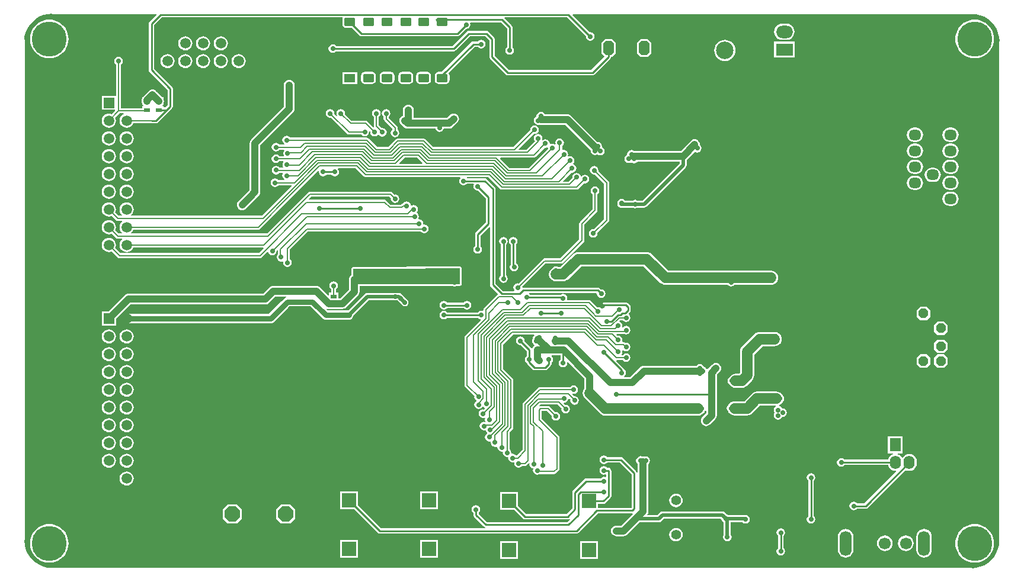
<source format=gbl>
%FSLAX43Y43*%
%MOMM*%
G71*
G01*
G75*
G04 Layer_Physical_Order=2*
G04 Layer_Color=16711680*
%ADD10R,0.650X0.600*%
%ADD11R,0.500X0.600*%
%ADD12R,0.800X0.800*%
%ADD13R,0.900X1.300*%
%ADD14R,1.300X0.900*%
%ADD15R,0.800X0.800*%
%ADD16R,0.850X0.600*%
%ADD17R,0.600X0.850*%
%ADD18R,0.600X0.650*%
%ADD19R,0.600X0.500*%
%ADD20O,1.800X0.300*%
%ADD21O,0.300X1.800*%
%ADD22O,2.100X0.450*%
%ADD23R,2.400X3.300*%
%ADD24R,2.400X1.000*%
%ADD25O,0.510X2.000*%
%ADD26R,0.510X2.000*%
%ADD27R,2.400X2.500*%
%ADD28R,2.500X2.500*%
%ADD29O,1.650X0.550*%
%ADD30O,0.700X0.200*%
%ADD31O,0.200X0.700*%
%ADD32C,0.254*%
%ADD33C,0.200*%
%ADD34C,1.000*%
%ADD35C,0.250*%
%ADD36C,1.500*%
%ADD37C,0.500*%
%ADD38C,0.245*%
%ADD39O,1.800X1.524*%
%ADD40O,1.800X1.500*%
%ADD41O,5.000X4.000*%
%ADD42C,3.000*%
%ADD43P,1.524X8X112.5*%
%ADD44C,0.600*%
%ADD45C,5.000*%
%ADD46C,1.700*%
%ADD47O,1.700X3.556*%
G04:AMPARAMS|DCode=48|XSize=2.032mm|YSize=1.524mm|CornerRadius=0mm|HoleSize=0mm|Usage=FLASHONLY|Rotation=270.000|XOffset=0mm|YOffset=0mm|HoleType=Round|Shape=Octagon|*
%AMOCTAGOND48*
4,1,8,-0.381,-1.016,0.381,-1.016,0.762,-0.635,0.762,0.635,0.381,1.016,-0.381,1.016,-0.762,0.635,-0.762,-0.635,-0.381,-1.016,0.0*
%
%ADD48OCTAGOND48*%

%ADD49O,2.400X1.800*%
%ADD50R,2.400X1.800*%
G04:AMPARAMS|DCode=51|XSize=1.2mm|YSize=1.6mm|CornerRadius=0.3mm|HoleSize=0mm|Usage=FLASHONLY|Rotation=270.000|XOffset=0mm|YOffset=0mm|HoleType=Round|Shape=RoundedRectangle|*
%AMROUNDEDRECTD51*
21,1,1.200,1.000,0,0,270.0*
21,1,0.600,1.600,0,0,270.0*
1,1,0.600,-0.500,-0.300*
1,1,0.600,-0.500,0.300*
1,1,0.600,0.500,0.300*
1,1,0.600,0.500,-0.300*
%
%ADD51ROUNDEDRECTD51*%
%ADD52R,1.600X1.200*%
%ADD53C,1.397*%
%ADD54C,3.800*%
%ADD55O,1.600X1.900*%
%ADD56R,1.600X1.900*%
%ADD57C,2.032*%
%ADD58R,2.032X2.032*%
%ADD59C,1.500*%
%ADD60R,1.500X1.500*%
%ADD61R,1.500X1.500*%
%ADD62C,2.500*%
%ADD63P,2.337X8X202.5*%
%ADD64C,0.700*%
%ADD65C,1.000*%
%ADD66C,0.255*%
%ADD67C,0.800*%
G36*
X56515Y156471D02*
X57079D01*
X57170Y156453D01*
X71283D01*
X71331Y156336D01*
X70337Y155342D01*
X70253Y155216D01*
X70224Y155067D01*
Y148463D01*
X70253Y148314D01*
X70337Y148188D01*
X72891Y145635D01*
Y143417D01*
X72610Y143136D01*
X72307D01*
Y143302D01*
X72164D01*
X72153Y143335D01*
X72227Y143438D01*
X72307D01*
Y143661D01*
X72363Y143796D01*
X72389Y143992D01*
X72363Y144189D01*
X72307Y144323D01*
Y144546D01*
X72150D01*
X71361Y145335D01*
X71277Y145445D01*
X71119Y145566D01*
X71043Y145597D01*
X70936Y145642D01*
X70739Y145668D01*
X70542Y145642D01*
X70435Y145597D01*
X70359Y145566D01*
X70201Y145445D01*
X69439Y144683D01*
X69335Y144546D01*
X69298D01*
Y144476D01*
X69265Y144396D01*
X69242Y144342D01*
X69216Y144145D01*
Y143992D01*
X69242Y143796D01*
X69298Y143661D01*
Y143438D01*
X69378D01*
X69452Y143335D01*
X69441Y143302D01*
X69298D01*
Y142982D01*
X66274D01*
Y149248D01*
X66348Y149298D01*
X66482Y149497D01*
X66529Y149733D01*
X66482Y149969D01*
X66348Y150168D01*
X66149Y150302D01*
X65913Y150349D01*
X65677Y150302D01*
X65478Y150168D01*
X65344Y149969D01*
X65297Y149733D01*
X65344Y149497D01*
X65478Y149298D01*
X65552Y149248D01*
Y144800D01*
X65520Y144768D01*
X65462Y144768D01*
X65462Y144768D01*
Y144768D01*
X63512D01*
Y142760D01*
X65376D01*
X65424Y142643D01*
X64923Y142142D01*
X64778Y142202D01*
X64516Y142237D01*
X64254Y142202D01*
X64010Y142101D01*
X63800Y141940D01*
X63639Y141730D01*
X63538Y141486D01*
X63503Y141224D01*
X63538Y140962D01*
X63639Y140718D01*
X63800Y140508D01*
X64010Y140347D01*
X64254Y140246D01*
X64516Y140211D01*
X64778Y140246D01*
X65022Y140347D01*
X65232Y140508D01*
X65393Y140718D01*
X65494Y140962D01*
X65529Y141224D01*
X65494Y141486D01*
X65434Y141631D01*
X66062Y142260D01*
X66608D01*
X66633Y142136D01*
X66550Y142101D01*
X66340Y141940D01*
X66179Y141730D01*
X66078Y141486D01*
X66043Y141224D01*
X66078Y140962D01*
X66179Y140718D01*
X66340Y140508D01*
X66550Y140347D01*
X66794Y140246D01*
X67056Y140211D01*
X67318Y140246D01*
X67562Y140347D01*
X67772Y140508D01*
X67933Y140718D01*
X67993Y140863D01*
X70474D01*
X70612Y140836D01*
X71247D01*
X71396Y140865D01*
X71522Y140949D01*
X73046Y142473D01*
X73554Y142981D01*
X73638Y143107D01*
X73667Y143256D01*
Y145796D01*
X73638Y145945D01*
X73554Y146071D01*
X71000Y148624D01*
Y154906D01*
X72094Y156000D01*
X97885D01*
X97945Y155888D01*
X97911Y155837D01*
X97868Y155621D01*
Y155021D01*
X97911Y154805D01*
X98034Y154622D01*
X98217Y154499D01*
X98433Y154456D01*
X99248D01*
X100309Y153395D01*
X100435Y153311D01*
X100584Y153282D01*
X114300D01*
X114449Y153311D01*
X114575Y153395D01*
X115515Y154335D01*
X115570Y154324D01*
X115806Y154371D01*
X116005Y154505D01*
X116139Y154704D01*
X116186Y154940D01*
X116144Y155152D01*
X116224Y155250D01*
X120553D01*
X121405Y154398D01*
Y151724D01*
X121358Y151692D01*
X121224Y151493D01*
X121177Y151257D01*
X121224Y151021D01*
X121358Y150822D01*
X121557Y150688D01*
X121793Y150641D01*
X122029Y150688D01*
X122228Y150822D01*
X122362Y151021D01*
X122409Y151257D01*
X122362Y151493D01*
X122228Y151692D01*
X122181Y151724D01*
Y154559D01*
X122152Y154708D01*
X122068Y154834D01*
X121019Y155882D01*
X121068Y156000D01*
X129987D01*
X132684Y153302D01*
X132673Y153247D01*
X132720Y153011D01*
X132854Y152812D01*
X133053Y152678D01*
X133289Y152631D01*
X133525Y152678D01*
X133724Y152812D01*
X133858Y153011D01*
X133905Y153247D01*
X133858Y153483D01*
X133724Y153682D01*
X133525Y153816D01*
X133289Y153863D01*
X133234Y153852D01*
X130750Y156336D01*
X130798Y156453D01*
X187960D01*
X188038Y156469D01*
X188441Y156437D01*
X189043Y156292D01*
X189616Y156055D01*
X190144Y155732D01*
X190615Y155329D01*
X191018Y154858D01*
X191341Y154330D01*
X191578Y153757D01*
X191723Y153155D01*
X191768Y152581D01*
X191752Y152558D01*
X191721Y152400D01*
Y81026D01*
X191737Y80948D01*
X191705Y80545D01*
X191560Y79943D01*
X191323Y79370D01*
X191000Y78842D01*
X190597Y78371D01*
X190126Y77968D01*
X189598Y77645D01*
X189025Y77408D01*
X188423Y77263D01*
X187865Y77219D01*
X187826Y77246D01*
X187668Y77277D01*
X56261D01*
X56183Y77261D01*
X55780Y77293D01*
X55178Y77438D01*
X54605Y77675D01*
X54077Y77998D01*
X53606Y78401D01*
X53203Y78872D01*
X52880Y79400D01*
X52643Y79973D01*
X52498Y80575D01*
X52451Y81174D01*
X52482Y81330D01*
Y152692D01*
X52452Y152842D01*
X52478Y153173D01*
X52623Y153775D01*
X52860Y154348D01*
X53183Y154876D01*
X53586Y155347D01*
X54057Y155750D01*
X54585Y156073D01*
X55158Y156310D01*
X55760Y156455D01*
X56359Y156502D01*
X56515Y156471D01*
D02*
G37*
%LPC*%
G36*
X67056Y106296D02*
X66794Y106261D01*
X66550Y106160D01*
X66340Y105999D01*
X66179Y105789D01*
X66078Y105545D01*
X66043Y105283D01*
X66078Y105021D01*
X66179Y104777D01*
X66340Y104567D01*
X66550Y104406D01*
X66794Y104305D01*
X67056Y104270D01*
X67318Y104305D01*
X67562Y104406D01*
X67772Y104567D01*
X67933Y104777D01*
X68034Y105021D01*
X68069Y105283D01*
X68034Y105545D01*
X67933Y105789D01*
X67772Y105999D01*
X67562Y106160D01*
X67318Y106261D01*
X67056Y106296D01*
D02*
G37*
G36*
X64516D02*
X64254Y106261D01*
X64010Y106160D01*
X63800Y105999D01*
X63639Y105789D01*
X63538Y105545D01*
X63503Y105283D01*
X63538Y105021D01*
X63639Y104777D01*
X63800Y104567D01*
X64010Y104406D01*
X64254Y104305D01*
X64516Y104270D01*
X64778Y104305D01*
X65022Y104406D01*
X65232Y104567D01*
X65393Y104777D01*
X65494Y105021D01*
X65529Y105283D01*
X65494Y105545D01*
X65393Y105789D01*
X65232Y105999D01*
X65022Y106160D01*
X64778Y106261D01*
X64516Y106296D01*
D02*
G37*
G36*
X67056Y103756D02*
X66794Y103721D01*
X66550Y103620D01*
X66340Y103459D01*
X66179Y103249D01*
X66078Y103005D01*
X66043Y102743D01*
X66078Y102481D01*
X66179Y102237D01*
X66340Y102027D01*
X66550Y101866D01*
X66794Y101765D01*
X67056Y101730D01*
X67318Y101765D01*
X67562Y101866D01*
X67772Y102027D01*
X67933Y102237D01*
X68034Y102481D01*
X68069Y102743D01*
X68034Y103005D01*
X67933Y103249D01*
X67772Y103459D01*
X67562Y103620D01*
X67318Y103721D01*
X67056Y103756D01*
D02*
G37*
G36*
X64516Y108836D02*
X64254Y108801D01*
X64010Y108700D01*
X63800Y108539D01*
X63639Y108329D01*
X63538Y108085D01*
X63503Y107823D01*
X63538Y107561D01*
X63639Y107317D01*
X63800Y107107D01*
X64010Y106946D01*
X64254Y106845D01*
X64516Y106810D01*
X64778Y106845D01*
X65022Y106946D01*
X65232Y107107D01*
X65393Y107317D01*
X65494Y107561D01*
X65529Y107823D01*
X65494Y108085D01*
X65393Y108329D01*
X65232Y108539D01*
X65022Y108700D01*
X64778Y108801D01*
X64516Y108836D01*
D02*
G37*
G36*
X183876Y107794D02*
X182918D01*
X182439Y107315D01*
Y106357D01*
X182918Y105878D01*
X183876D01*
X184355Y106357D01*
Y107315D01*
X183876Y107794D01*
D02*
G37*
G36*
X181376D02*
X180418D01*
X179939Y107315D01*
Y106357D01*
X180418Y105878D01*
X181376D01*
X181855Y106357D01*
Y107315D01*
X181376Y107794D01*
D02*
G37*
G36*
X159893Y102486D02*
X157099D01*
X156837Y102451D01*
X156593Y102350D01*
X156383Y102189D01*
X156383Y102189D01*
X155283Y101089D01*
X153924D01*
X153662Y101054D01*
X153418Y100953D01*
X153208Y100792D01*
X153047Y100582D01*
X153032Y100546D01*
X152981Y100511D01*
X152847Y100312D01*
X152800Y100076D01*
X152847Y99840D01*
X152981Y99641D01*
X153032Y99606D01*
X153047Y99570D01*
X153208Y99360D01*
X153418Y99199D01*
X153662Y99098D01*
X153924Y99063D01*
X155702D01*
X155702Y99063D01*
X155934Y99094D01*
X155964Y99098D01*
X156208Y99199D01*
X156418Y99360D01*
X157518Y100460D01*
X159796D01*
X159833Y100339D01*
X159712Y100257D01*
X159578Y100058D01*
X159531Y99822D01*
X159578Y99586D01*
X159660Y99463D01*
X159548Y99296D01*
X159501Y99060D01*
X159548Y98824D01*
X159682Y98625D01*
X159881Y98491D01*
X160117Y98444D01*
X160353Y98491D01*
X160552Y98625D01*
X160686Y98824D01*
X160690Y98844D01*
X160782Y98825D01*
X161018Y98872D01*
X161217Y99006D01*
X161351Y99205D01*
X161398Y99441D01*
X161351Y99677D01*
X161217Y99876D01*
X161018Y100010D01*
X160782Y100057D01*
X160732Y100047D01*
X160716Y100058D01*
Y100058D01*
X160716Y100058D01*
X160582Y100257D01*
X160383Y100391D01*
X160274Y100413D01*
X160262Y100539D01*
X160399Y100596D01*
X160609Y100757D01*
X160770Y100967D01*
X160785Y101003D01*
X160836Y101038D01*
X160970Y101237D01*
X161017Y101473D01*
X160970Y101709D01*
X160836Y101908D01*
X160785Y101943D01*
X160770Y101979D01*
X160609Y102189D01*
X160399Y102350D01*
X160155Y102451D01*
X159893Y102486D01*
D02*
G37*
G36*
X67056Y98676D02*
X66794Y98641D01*
X66550Y98540D01*
X66340Y98379D01*
X66179Y98169D01*
X66078Y97925D01*
X66043Y97663D01*
X66078Y97401D01*
X66179Y97157D01*
X66340Y96947D01*
X66550Y96786D01*
X66794Y96685D01*
X67056Y96650D01*
X67318Y96685D01*
X67562Y96786D01*
X67772Y96947D01*
X67933Y97157D01*
X68034Y97401D01*
X68069Y97663D01*
X68034Y97925D01*
X67933Y98169D01*
X67772Y98379D01*
X67562Y98540D01*
X67318Y98641D01*
X67056Y98676D01*
D02*
G37*
G36*
X64516D02*
X64254Y98641D01*
X64010Y98540D01*
X63800Y98379D01*
X63639Y98169D01*
X63538Y97925D01*
X63503Y97663D01*
X63538Y97401D01*
X63639Y97157D01*
X63800Y96947D01*
X64010Y96786D01*
X64254Y96685D01*
X64516Y96650D01*
X64778Y96685D01*
X65022Y96786D01*
X65232Y96947D01*
X65393Y97157D01*
X65494Y97401D01*
X65529Y97663D01*
X65494Y97925D01*
X65393Y98169D01*
X65232Y98379D01*
X65022Y98540D01*
X64778Y98641D01*
X64516Y98676D01*
D02*
G37*
G36*
Y103756D02*
X64254Y103721D01*
X64010Y103620D01*
X63800Y103459D01*
X63639Y103249D01*
X63538Y103005D01*
X63503Y102743D01*
X63538Y102481D01*
X63639Y102237D01*
X63800Y102027D01*
X64010Y101866D01*
X64254Y101765D01*
X64516Y101730D01*
X64778Y101765D01*
X65022Y101866D01*
X65232Y102027D01*
X65393Y102237D01*
X65494Y102481D01*
X65529Y102743D01*
X65494Y103005D01*
X65393Y103249D01*
X65232Y103459D01*
X65022Y103620D01*
X64778Y103721D01*
X64516Y103756D01*
D02*
G37*
G36*
X67056Y101216D02*
X66794Y101181D01*
X66550Y101080D01*
X66340Y100919D01*
X66179Y100709D01*
X66078Y100465D01*
X66043Y100203D01*
X66078Y99941D01*
X66179Y99697D01*
X66340Y99487D01*
X66550Y99326D01*
X66794Y99225D01*
X67056Y99190D01*
X67318Y99225D01*
X67562Y99326D01*
X67772Y99487D01*
X67933Y99697D01*
X68034Y99941D01*
X68069Y100203D01*
X68034Y100465D01*
X67933Y100709D01*
X67772Y100919D01*
X67562Y101080D01*
X67318Y101181D01*
X67056Y101216D01*
D02*
G37*
G36*
X64516D02*
X64254Y101181D01*
X64010Y101080D01*
X63800Y100919D01*
X63639Y100709D01*
X63538Y100465D01*
X63503Y100203D01*
X63538Y99941D01*
X63639Y99697D01*
X63800Y99487D01*
X64010Y99326D01*
X64254Y99225D01*
X64516Y99190D01*
X64778Y99225D01*
X65022Y99326D01*
X65232Y99487D01*
X65393Y99697D01*
X65494Y99941D01*
X65529Y100203D01*
X65494Y100465D01*
X65393Y100709D01*
X65232Y100919D01*
X65022Y101080D01*
X64778Y101181D01*
X64516Y101216D01*
D02*
G37*
G36*
X120904Y124568D02*
X120668Y124521D01*
X120469Y124387D01*
X120335Y124188D01*
X120288Y123952D01*
X120335Y123716D01*
X120469Y123517D01*
X120518Y123484D01*
Y119086D01*
X120469Y119053D01*
X120335Y118854D01*
X120288Y118618D01*
X120335Y118382D01*
X120469Y118183D01*
X120668Y118049D01*
X120904Y118002D01*
X121140Y118049D01*
X121339Y118183D01*
X121473Y118382D01*
X121520Y118618D01*
X121473Y118854D01*
X121339Y119053D01*
X121290Y119086D01*
Y123484D01*
X121339Y123517D01*
X121473Y123716D01*
X121520Y123952D01*
X121473Y124188D01*
X121339Y124387D01*
X121140Y124521D01*
X120904Y124568D01*
D02*
G37*
G36*
X115697Y115424D02*
X115461Y115377D01*
X115262Y115243D01*
X115230Y115196D01*
X112862D01*
X112830Y115243D01*
X112631Y115377D01*
X112395Y115424D01*
X112159Y115377D01*
X111960Y115243D01*
X111826Y115044D01*
X111779Y114808D01*
X111826Y114572D01*
X111960Y114373D01*
X112159Y114239D01*
X112395Y114192D01*
X112631Y114239D01*
X112830Y114373D01*
X112862Y114420D01*
X115230D01*
X115262Y114373D01*
X115461Y114239D01*
X115697Y114192D01*
X115933Y114239D01*
X116132Y114373D01*
X116266Y114572D01*
X116313Y114808D01*
X116266Y115044D01*
X116132Y115243D01*
X115933Y115377D01*
X115697Y115424D01*
D02*
G37*
G36*
X181376Y114594D02*
X180418D01*
X179939Y114115D01*
Y113157D01*
X180418Y112678D01*
X181376D01*
X181855Y113157D01*
Y114115D01*
X181376Y114594D01*
D02*
G37*
G36*
X141351Y122425D02*
X141351Y122425D01*
X131572D01*
X131572Y122425D01*
X131340Y122394D01*
X131310Y122390D01*
X131209Y122348D01*
X131066Y122289D01*
X131017Y122252D01*
X130856Y122128D01*
X130856Y122128D01*
X128994Y120266D01*
X128729D01*
X128633Y120330D01*
X128397Y120377D01*
X128161Y120330D01*
X127962Y120196D01*
X127927Y120145D01*
X127891Y120130D01*
X127681Y119969D01*
X127520Y119759D01*
X127419Y119515D01*
X127384Y119253D01*
X127401Y119129D01*
X127400Y119126D01*
X127403Y119113D01*
X127419Y118991D01*
X127435Y118953D01*
X127447Y118890D01*
X127482Y118837D01*
X127520Y118747D01*
X127681Y118537D01*
X127891Y118376D01*
X128135Y118275D01*
X128397Y118240D01*
X129413D01*
X129413Y118240D01*
X129645Y118271D01*
X129675Y118275D01*
X129919Y118376D01*
X130129Y118537D01*
X131991Y120399D01*
X140932D01*
X143302Y118029D01*
X143302Y118029D01*
X143512Y117868D01*
X143756Y117767D01*
X144018Y117732D01*
X152942D01*
X152981Y117675D01*
X153180Y117541D01*
X153416Y117494D01*
X153652Y117541D01*
X153851Y117675D01*
X153890Y117732D01*
X159131D01*
X159255Y117749D01*
X159258Y117748D01*
X159271Y117751D01*
X159393Y117767D01*
X159431Y117783D01*
X159494Y117795D01*
X159547Y117830D01*
X159637Y117868D01*
X159847Y118029D01*
X160008Y118239D01*
X160109Y118483D01*
X160144Y118745D01*
X160109Y119007D01*
X160008Y119251D01*
X159847Y119461D01*
X159731Y119550D01*
X159723Y119561D01*
X159667Y119599D01*
X159637Y119622D01*
X159626Y119627D01*
X159524Y119695D01*
X159403Y119719D01*
X159393Y119723D01*
X159360Y119728D01*
X159288Y119742D01*
X159273Y119739D01*
X159131Y119758D01*
X144437D01*
X142067Y122128D01*
X141857Y122289D01*
X141613Y122390D01*
X141583Y122394D01*
X141351Y122425D01*
D02*
G37*
G36*
X114590Y120400D02*
X114589Y120400D01*
X114589Y120400D01*
X99439Y120275D01*
X99390Y120265D01*
X99342Y120255D01*
X99341Y120255D01*
X99340Y120254D01*
X99299Y120227D01*
X99258Y120199D01*
X99257Y120198D01*
X99256Y120198D01*
X99229Y120157D01*
X99202Y120115D01*
X99202Y120114D01*
X99201Y120113D01*
X99192Y120065D01*
X99182Y120016D01*
Y119145D01*
X99030Y119029D01*
X98909Y118871D01*
X98833Y118688D01*
X98807Y118491D01*
Y117028D01*
X98534Y116755D01*
X98534Y116755D01*
X97592Y115813D01*
X97326D01*
Y116606D01*
X97008D01*
Y117117D01*
X97082Y117167D01*
X97216Y117366D01*
X97263Y117602D01*
X97216Y117838D01*
X97082Y118037D01*
X96883Y118171D01*
X96647Y118218D01*
X96411Y118171D01*
X96212Y118037D01*
X96078Y117838D01*
X96031Y117602D01*
X96078Y117366D01*
X96212Y117167D01*
X96286Y117117D01*
Y116606D01*
X95968D01*
Y116258D01*
X95851Y116209D01*
X94682Y117378D01*
X94525Y117499D01*
X94395Y117552D01*
X94341Y117575D01*
X94144Y117601D01*
X88011D01*
X87814Y117575D01*
X87707Y117530D01*
X87631Y117499D01*
X87473Y117378D01*
X86553Y116458D01*
X67310D01*
X67113Y116432D01*
X67059Y116409D01*
X66930Y116356D01*
X66772Y116235D01*
X64444Y113907D01*
X63512D01*
Y111899D01*
X65520D01*
Y112831D01*
X67625Y114936D01*
X86868D01*
X87065Y114962D01*
X87119Y114985D01*
X87248Y115038D01*
X87406Y115159D01*
X88326Y116079D01*
X89856D01*
X89872Y115953D01*
X89713Y115887D01*
X89577Y115782D01*
X89150Y115356D01*
X87357Y113563D01*
X67056D01*
X66885Y113540D01*
X66726Y113474D01*
X66590Y113369D01*
X66485Y113233D01*
X66419Y113074D01*
X66396Y112903D01*
X66419Y112732D01*
X66485Y112573D01*
X66590Y112437D01*
X66726Y112332D01*
X66885Y112266D01*
X67056Y112243D01*
X87630D01*
X87801Y112266D01*
X87960Y112332D01*
X88096Y112437D01*
X90083Y114423D01*
X90316Y114656D01*
X93326D01*
X95038Y112945D01*
X95174Y112840D01*
X95333Y112774D01*
X95504Y112751D01*
X98806D01*
X98977Y112774D01*
X99136Y112840D01*
X99272Y112945D01*
X99377Y113081D01*
X99443Y113240D01*
X99455Y113334D01*
X101686Y115564D01*
X105729D01*
X106456Y114838D01*
X106456Y114838D01*
X106622Y114726D01*
X106819Y114687D01*
X107016Y114726D01*
X107182Y114838D01*
X107294Y115004D01*
X107333Y115201D01*
Y115201D01*
X107294Y115398D01*
X107182Y115564D01*
X106305Y116441D01*
X106139Y116553D01*
X105942Y116592D01*
X101473D01*
X101276Y116553D01*
X101110Y116441D01*
X98739Y114071D01*
X95777D01*
X95615Y114233D01*
X95686Y114338D01*
X95735Y114318D01*
X95932Y114292D01*
X95968D01*
Y114254D01*
X97326D01*
Y114292D01*
X97907D01*
X98104Y114318D01*
X98158Y114340D01*
X98288Y114394D01*
X98445Y114515D01*
X99610Y115679D01*
X99610Y115679D01*
X100106Y116175D01*
X100227Y116333D01*
X100280Y116462D01*
X100303Y116516D01*
X100329Y116713D01*
Y117597D01*
X113600D01*
X113683Y117541D01*
X113919Y117494D01*
X114155Y117541D01*
X114238Y117597D01*
X114681D01*
X114780Y117617D01*
X114864Y117673D01*
X114920Y117757D01*
X114940Y117856D01*
Y120052D01*
X114940Y120052D01*
X114940Y120053D01*
X114930Y120102D01*
X114920Y120151D01*
X114920Y120151D01*
X114920Y120152D01*
X114892Y120193D01*
X114864Y120235D01*
X114864Y120235D01*
X114863Y120236D01*
X114773Y120325D01*
X114773Y120325D01*
X114772Y120326D01*
X114731Y120353D01*
X114689Y120381D01*
X114688Y120381D01*
X114688Y120381D01*
X114639Y120391D01*
X114590Y120400D01*
D02*
G37*
G36*
X122301Y124568D02*
X122065Y124521D01*
X121866Y124387D01*
X121732Y124188D01*
X121685Y123952D01*
X121732Y123716D01*
X121866Y123517D01*
X121913Y123485D01*
Y120585D01*
X121859Y120505D01*
X121812Y120269D01*
X121859Y120033D01*
X121993Y119834D01*
X122192Y119700D01*
X122428Y119653D01*
X122664Y119700D01*
X122863Y119834D01*
X122997Y120033D01*
X123044Y120269D01*
X122997Y120505D01*
X122863Y120704D01*
X122689Y120821D01*
Y123485D01*
X122736Y123517D01*
X122870Y123716D01*
X122917Y123952D01*
X122870Y124188D01*
X122736Y124387D01*
X122537Y124521D01*
X122301Y124568D01*
D02*
G37*
G36*
X159639Y110995D02*
X157480D01*
X157218Y110960D01*
X156974Y110859D01*
X156764Y110698D01*
X156764Y110698D01*
X154986Y108920D01*
X154825Y108710D01*
X154724Y108466D01*
X154720Y108436D01*
X154689Y108204D01*
X154689Y108204D01*
Y105194D01*
X154521Y105026D01*
X154051D01*
X153789Y104991D01*
X153545Y104890D01*
X153335Y104729D01*
X153174Y104519D01*
X153159Y104483D01*
X153108Y104448D01*
X152974Y104249D01*
X152927Y104013D01*
X152974Y103777D01*
X153108Y103578D01*
X153159Y103543D01*
X153174Y103507D01*
X153335Y103297D01*
X153545Y103136D01*
X153789Y103035D01*
X154051Y103000D01*
X154940D01*
X154940Y103000D01*
X155172Y103031D01*
X155202Y103035D01*
X155446Y103136D01*
X155656Y103297D01*
X156418Y104059D01*
X156579Y104269D01*
X156680Y104513D01*
X156684Y104543D01*
X156715Y104775D01*
X156715Y104775D01*
Y107785D01*
X157899Y108969D01*
X159639D01*
X159763Y108986D01*
X159766Y108985D01*
X159779Y108988D01*
X159901Y109004D01*
X159939Y109020D01*
X160002Y109032D01*
X160055Y109067D01*
X160145Y109105D01*
X160355Y109266D01*
X160516Y109476D01*
X160617Y109720D01*
X160652Y109982D01*
X160617Y110244D01*
X160516Y110488D01*
X160355Y110698D01*
X160239Y110787D01*
X160231Y110798D01*
X160175Y110836D01*
X160145Y110859D01*
X160134Y110864D01*
X160032Y110932D01*
X159911Y110956D01*
X159901Y110960D01*
X159868Y110965D01*
X159796Y110979D01*
X159781Y110976D01*
X159639Y110995D01*
D02*
G37*
G36*
X183876Y109894D02*
X182918D01*
X182439Y109415D01*
Y108457D01*
X182918Y107978D01*
X183876D01*
X184355Y108457D01*
Y109415D01*
X183876Y109894D01*
D02*
G37*
G36*
X67056Y108836D02*
X66794Y108801D01*
X66550Y108700D01*
X66340Y108539D01*
X66179Y108329D01*
X66078Y108085D01*
X66043Y107823D01*
X66078Y107561D01*
X66179Y107317D01*
X66340Y107107D01*
X66550Y106946D01*
X66794Y106845D01*
X67056Y106810D01*
X67318Y106845D01*
X67562Y106946D01*
X67772Y107107D01*
X67933Y107317D01*
X68034Y107561D01*
X68069Y107823D01*
X68034Y108085D01*
X67933Y108329D01*
X67772Y108539D01*
X67562Y108700D01*
X67318Y108801D01*
X67056Y108836D01*
D02*
G37*
G36*
X183876Y112494D02*
X182918D01*
X182439Y112015D01*
Y111057D01*
X182918Y110578D01*
X183876D01*
X184355Y111057D01*
Y112015D01*
X183876Y112494D01*
D02*
G37*
G36*
X67056Y111376D02*
X66794Y111341D01*
X66550Y111240D01*
X66340Y111079D01*
X66179Y110869D01*
X66078Y110625D01*
X66043Y110363D01*
X66078Y110101D01*
X66179Y109857D01*
X66340Y109647D01*
X66550Y109486D01*
X66794Y109385D01*
X67056Y109350D01*
X67318Y109385D01*
X67562Y109486D01*
X67772Y109647D01*
X67933Y109857D01*
X68034Y110101D01*
X68069Y110363D01*
X68034Y110625D01*
X67933Y110869D01*
X67772Y111079D01*
X67562Y111240D01*
X67318Y111341D01*
X67056Y111376D01*
D02*
G37*
G36*
X64516D02*
X64254Y111341D01*
X64010Y111240D01*
X63800Y111079D01*
X63639Y110869D01*
X63538Y110625D01*
X63503Y110363D01*
X63538Y110101D01*
X63639Y109857D01*
X63800Y109647D01*
X64010Y109486D01*
X64254Y109385D01*
X64516Y109350D01*
X64778Y109385D01*
X65022Y109486D01*
X65232Y109647D01*
X65393Y109857D01*
X65494Y110101D01*
X65529Y110363D01*
X65494Y110625D01*
X65393Y110869D01*
X65232Y111079D01*
X65022Y111240D01*
X64778Y111341D01*
X64516Y111376D01*
D02*
G37*
G36*
X160528Y82912D02*
X160292Y82865D01*
X160093Y82731D01*
X159959Y82532D01*
X159912Y82296D01*
X159959Y82060D01*
X160093Y81861D01*
X160140Y81829D01*
Y80096D01*
X160093Y80064D01*
X159959Y79865D01*
X159912Y79629D01*
X159959Y79393D01*
X160093Y79194D01*
X160292Y79060D01*
X160528Y79013D01*
X160764Y79060D01*
X160963Y79194D01*
X161097Y79393D01*
X161144Y79629D01*
X161097Y79865D01*
X160963Y80064D01*
X160916Y80096D01*
Y81829D01*
X160963Y81861D01*
X161097Y82060D01*
X161144Y82296D01*
X161097Y82532D01*
X160963Y82731D01*
X160764Y82865D01*
X160528Y82912D01*
D02*
G37*
G36*
X180987Y82814D02*
X180699Y82776D01*
X180430Y82664D01*
X180200Y82487D01*
X180023Y82257D01*
X179911Y81988D01*
X179873Y81700D01*
Y79844D01*
X179911Y79556D01*
X180023Y79287D01*
X180200Y79057D01*
X180430Y78880D01*
X180699Y78768D01*
X180987Y78730D01*
X181275Y78768D01*
X181544Y78880D01*
X181774Y79057D01*
X181951Y79287D01*
X182063Y79556D01*
X182101Y79844D01*
Y81700D01*
X182063Y81988D01*
X181951Y82257D01*
X181774Y82487D01*
X181544Y82664D01*
X181275Y82776D01*
X180987Y82814D01*
D02*
G37*
G36*
X169787D02*
X169499Y82776D01*
X169230Y82664D01*
X169000Y82487D01*
X168823Y82257D01*
X168711Y81988D01*
X168673Y81700D01*
Y79844D01*
X168711Y79556D01*
X168823Y79287D01*
X169000Y79057D01*
X169230Y78880D01*
X169499Y78768D01*
X169787Y78730D01*
X170075Y78768D01*
X170344Y78880D01*
X170574Y79057D01*
X170751Y79287D01*
X170863Y79556D01*
X170901Y79844D01*
Y81700D01*
X170863Y81988D01*
X170751Y82257D01*
X170574Y82487D01*
X170344Y82664D01*
X170075Y82776D01*
X169787Y82814D01*
D02*
G37*
G36*
X145542Y82976D02*
X145293Y82943D01*
X145062Y82847D01*
X144863Y82694D01*
X144710Y82495D01*
X144614Y82264D01*
X144581Y82015D01*
X144614Y81766D01*
X144710Y81535D01*
X144863Y81336D01*
X145062Y81183D01*
X145293Y81087D01*
X145542Y81054D01*
X145791Y81087D01*
X146022Y81183D01*
X146221Y81336D01*
X146374Y81535D01*
X146470Y81766D01*
X146503Y82015D01*
X146470Y82264D01*
X146374Y82495D01*
X146221Y82694D01*
X146022Y82847D01*
X145791Y82943D01*
X145542Y82976D01*
D02*
G37*
G36*
X178387Y81886D02*
X178099Y81848D01*
X177830Y81736D01*
X177600Y81559D01*
X177423Y81329D01*
X177311Y81060D01*
X177273Y80772D01*
X177311Y80484D01*
X177423Y80215D01*
X177600Y79985D01*
X177830Y79808D01*
X178099Y79696D01*
X178387Y79658D01*
X178675Y79696D01*
X178944Y79808D01*
X179174Y79985D01*
X179351Y80215D01*
X179463Y80484D01*
X179501Y80772D01*
X179463Y81060D01*
X179351Y81329D01*
X179174Y81559D01*
X178944Y81736D01*
X178675Y81848D01*
X178387Y81886D01*
D02*
G37*
G36*
X175387D02*
X175099Y81848D01*
X174830Y81736D01*
X174600Y81559D01*
X174423Y81329D01*
X174311Y81060D01*
X174273Y80772D01*
X174311Y80484D01*
X174423Y80215D01*
X174600Y79985D01*
X174830Y79808D01*
X175099Y79696D01*
X175387Y79658D01*
X175675Y79696D01*
X175944Y79808D01*
X176174Y79985D01*
X176351Y80215D01*
X176463Y80484D01*
X176501Y80772D01*
X176463Y81060D01*
X176351Y81329D01*
X176174Y81559D01*
X175944Y81736D01*
X175675Y81848D01*
X175387Y81886D01*
D02*
G37*
G36*
X122999Y81090D02*
X120460D01*
Y78549D01*
X122999D01*
Y81090D01*
D02*
G37*
G36*
X188214Y83535D02*
X187782Y83501D01*
X187360Y83399D01*
X186960Y83233D01*
X186590Y83007D01*
X186261Y82725D01*
X185979Y82396D01*
X185753Y82026D01*
X185587Y81626D01*
X185485Y81204D01*
X185451Y80772D01*
X185485Y80340D01*
X185587Y79918D01*
X185753Y79518D01*
X185979Y79148D01*
X186261Y78819D01*
X186590Y78537D01*
X186960Y78311D01*
X187360Y78145D01*
X187782Y78043D01*
X188214Y78009D01*
X188646Y78043D01*
X189068Y78145D01*
X189468Y78311D01*
X189838Y78537D01*
X190167Y78819D01*
X190449Y79148D01*
X190675Y79518D01*
X190841Y79918D01*
X190943Y80340D01*
X190977Y80772D01*
X190943Y81204D01*
X190841Y81626D01*
X190675Y82026D01*
X190449Y82396D01*
X190167Y82725D01*
X189838Y83007D01*
X189468Y83233D01*
X189068Y83399D01*
X188646Y83501D01*
X188214Y83535D01*
D02*
G37*
G36*
X56007D02*
X55575Y83501D01*
X55153Y83399D01*
X54753Y83233D01*
X54383Y83007D01*
X54054Y82725D01*
X53772Y82396D01*
X53546Y82026D01*
X53380Y81626D01*
X53278Y81204D01*
X53244Y80772D01*
X53278Y80340D01*
X53380Y79918D01*
X53546Y79518D01*
X53772Y79148D01*
X54054Y78819D01*
X54383Y78537D01*
X54753Y78311D01*
X55153Y78145D01*
X55575Y78043D01*
X56007Y78009D01*
X56439Y78043D01*
X56861Y78145D01*
X57261Y78311D01*
X57631Y78537D01*
X57960Y78819D01*
X58242Y79148D01*
X58468Y79518D01*
X58634Y79918D01*
X58736Y80340D01*
X58770Y80772D01*
X58736Y81204D01*
X58634Y81626D01*
X58468Y82026D01*
X58242Y82396D01*
X57960Y82725D01*
X57631Y83007D01*
X57261Y83233D01*
X56861Y83399D01*
X56439Y83501D01*
X56007Y83535D01*
D02*
G37*
G36*
X111570Y81216D02*
X109030D01*
Y78676D01*
X111570D01*
Y81216D01*
D02*
G37*
G36*
X100140D02*
X97600D01*
Y78676D01*
X100140D01*
Y81216D01*
D02*
G37*
G36*
X134430Y81090D02*
X131889D01*
Y78549D01*
X134430D01*
Y81090D01*
D02*
G37*
G36*
X67056Y93596D02*
X66794Y93561D01*
X66550Y93460D01*
X66340Y93299D01*
X66179Y93089D01*
X66078Y92845D01*
X66043Y92583D01*
X66078Y92321D01*
X66179Y92077D01*
X66340Y91867D01*
X66550Y91706D01*
X66794Y91605D01*
X67056Y91570D01*
X67318Y91605D01*
X67562Y91706D01*
X67772Y91867D01*
X67933Y92077D01*
X68034Y92321D01*
X68069Y92583D01*
X68034Y92845D01*
X67933Y93089D01*
X67772Y93299D01*
X67562Y93460D01*
X67318Y93561D01*
X67056Y93596D01*
D02*
G37*
G36*
X64516D02*
X64254Y93561D01*
X64010Y93460D01*
X63800Y93299D01*
X63639Y93089D01*
X63538Y92845D01*
X63503Y92583D01*
X63538Y92321D01*
X63639Y92077D01*
X63800Y91867D01*
X64010Y91706D01*
X64254Y91605D01*
X64516Y91570D01*
X64778Y91605D01*
X65022Y91706D01*
X65232Y91867D01*
X65393Y92077D01*
X65494Y92321D01*
X65529Y92583D01*
X65494Y92845D01*
X65393Y93089D01*
X65232Y93299D01*
X65022Y93460D01*
X64778Y93561D01*
X64516Y93596D01*
D02*
G37*
G36*
X67056Y91056D02*
X66794Y91021D01*
X66550Y90920D01*
X66340Y90759D01*
X66179Y90549D01*
X66078Y90305D01*
X66043Y90043D01*
X66078Y89781D01*
X66179Y89537D01*
X66340Y89327D01*
X66550Y89166D01*
X66794Y89065D01*
X67056Y89030D01*
X67318Y89065D01*
X67562Y89166D01*
X67772Y89327D01*
X67933Y89537D01*
X68034Y89781D01*
X68069Y90043D01*
X68034Y90305D01*
X67933Y90549D01*
X67772Y90759D01*
X67562Y90920D01*
X67318Y91021D01*
X67056Y91056D01*
D02*
G37*
G36*
Y96136D02*
X66794Y96101D01*
X66550Y96000D01*
X66340Y95839D01*
X66179Y95629D01*
X66078Y95385D01*
X66043Y95123D01*
X66078Y94861D01*
X66179Y94617D01*
X66340Y94407D01*
X66550Y94246D01*
X66794Y94145D01*
X67056Y94110D01*
X67318Y94145D01*
X67562Y94246D01*
X67772Y94407D01*
X67933Y94617D01*
X68034Y94861D01*
X68069Y95123D01*
X68034Y95385D01*
X67933Y95629D01*
X67772Y95839D01*
X67562Y96000D01*
X67318Y96101D01*
X67056Y96136D01*
D02*
G37*
G36*
X64516D02*
X64254Y96101D01*
X64010Y96000D01*
X63800Y95839D01*
X63639Y95629D01*
X63538Y95385D01*
X63503Y95123D01*
X63538Y94861D01*
X63639Y94617D01*
X63800Y94407D01*
X64010Y94246D01*
X64254Y94145D01*
X64516Y94110D01*
X64778Y94145D01*
X65022Y94246D01*
X65232Y94407D01*
X65393Y94617D01*
X65494Y94861D01*
X65529Y95123D01*
X65494Y95385D01*
X65393Y95629D01*
X65232Y95839D01*
X65022Y96000D01*
X64778Y96101D01*
X64516Y96136D01*
D02*
G37*
G36*
X177941Y96053D02*
X175833D01*
Y93645D01*
X176574D01*
X176599Y93520D01*
X176355Y93420D01*
X176135Y93251D01*
X175966Y93031D01*
X175860Y92774D01*
X175855Y92737D01*
X169617D01*
X169599Y92764D01*
X169400Y92898D01*
X169164Y92945D01*
X168928Y92898D01*
X168729Y92764D01*
X168595Y92565D01*
X168548Y92329D01*
X168595Y92093D01*
X168729Y91894D01*
X168928Y91760D01*
X169164Y91713D01*
X169400Y91760D01*
X169599Y91894D01*
X169644Y91961D01*
X175855D01*
X175860Y91924D01*
X175966Y91667D01*
X176135Y91447D01*
X176355Y91278D01*
X176612Y91172D01*
X176887Y91136D01*
X176965Y91146D01*
X177021Y91032D01*
X172483Y86494D01*
X171409D01*
X171377Y86541D01*
X171178Y86675D01*
X170942Y86722D01*
X170706Y86675D01*
X170507Y86541D01*
X170373Y86342D01*
X170326Y86106D01*
X170373Y85870D01*
X170507Y85671D01*
X170706Y85537D01*
X170942Y85490D01*
X171178Y85537D01*
X171377Y85671D01*
X171409Y85718D01*
X172644D01*
X172793Y85747D01*
X172919Y85831D01*
X178363Y91275D01*
X178612Y91172D01*
X178887Y91136D01*
X179162Y91172D01*
X179419Y91278D01*
X179639Y91447D01*
X179808Y91667D01*
X179914Y91924D01*
X179950Y92199D01*
Y92499D01*
X179914Y92774D01*
X179808Y93031D01*
X179639Y93251D01*
X179419Y93420D01*
X179162Y93526D01*
X178887Y93562D01*
X178612Y93526D01*
X178355Y93420D01*
X178135Y93251D01*
X177966Y93031D01*
X177951Y92992D01*
X177824D01*
X177808Y93031D01*
X177639Y93251D01*
X177419Y93420D01*
X177175Y93520D01*
X177200Y93645D01*
X177941D01*
Y96053D01*
D02*
G37*
G36*
X90456Y86297D02*
X89122D01*
X88455Y85630D01*
Y84296D01*
X89122Y83630D01*
X90456D01*
X91122Y84296D01*
Y85630D01*
X90456Y86297D01*
D02*
G37*
G36*
X82836D02*
X81502D01*
X80836Y85630D01*
Y84296D01*
X81502Y83630D01*
X82836D01*
X83503Y84296D01*
Y85630D01*
X82836Y86297D01*
D02*
G37*
G36*
X164846Y90786D02*
X164610Y90739D01*
X164411Y90605D01*
X164277Y90406D01*
X164230Y90170D01*
X164277Y89934D01*
X164411Y89735D01*
X164458Y89703D01*
Y84668D01*
X164411Y84636D01*
X164277Y84437D01*
X164230Y84201D01*
X164277Y83965D01*
X164411Y83766D01*
X164610Y83632D01*
X164846Y83585D01*
X165082Y83632D01*
X165281Y83766D01*
X165415Y83965D01*
X165462Y84201D01*
X165415Y84437D01*
X165281Y84636D01*
X165234Y84668D01*
Y89703D01*
X165281Y89735D01*
X165415Y89934D01*
X165462Y90170D01*
X165415Y90406D01*
X165281Y90605D01*
X165082Y90739D01*
X164846Y90786D01*
D02*
G37*
G36*
X145542Y87856D02*
X145293Y87823D01*
X145062Y87727D01*
X144863Y87574D01*
X144710Y87375D01*
X144614Y87144D01*
X144581Y86895D01*
X144614Y86646D01*
X144710Y86415D01*
X144863Y86216D01*
X145062Y86063D01*
X145293Y85967D01*
X145542Y85934D01*
X145791Y85967D01*
X146022Y86063D01*
X146221Y86216D01*
X146374Y86415D01*
X146470Y86646D01*
X146503Y86895D01*
X146470Y87144D01*
X146374Y87375D01*
X146221Y87574D01*
X146022Y87727D01*
X145791Y87823D01*
X145542Y87856D01*
D02*
G37*
G36*
X135255Y93326D02*
X135019Y93279D01*
X134820Y93145D01*
X134686Y92946D01*
X134639Y92710D01*
X134686Y92474D01*
X134820Y92275D01*
X135019Y92141D01*
X135255Y92094D01*
X135491Y92141D01*
X135690Y92275D01*
X135722Y92322D01*
X137507D01*
X139185Y90644D01*
Y85886D01*
X139149Y85850D01*
X134430D01*
Y86416D01*
X135191D01*
X135340Y86446D01*
X135466Y86530D01*
X136207Y87270D01*
X136291Y87396D01*
X136320Y87545D01*
Y91144D01*
X136296Y91268D01*
X136291Y91293D01*
X136207Y91419D01*
X136165Y91461D01*
X136039Y91545D01*
X135890Y91574D01*
X135722D01*
X135690Y91621D01*
X135491Y91755D01*
X135255Y91802D01*
X135019Y91755D01*
X134820Y91621D01*
X134686Y91422D01*
X134639Y91186D01*
X134686Y90950D01*
X134820Y90751D01*
X135019Y90617D01*
X135255Y90570D01*
X135445Y90608D01*
X135544Y90527D01*
Y90311D01*
X135445Y90230D01*
X135255Y90268D01*
X135019Y90221D01*
X134820Y90088D01*
X134788Y90041D01*
X132715D01*
X132566Y90011D01*
X132440Y89927D01*
X130843Y88330D01*
X130759Y88204D01*
X130730Y88055D01*
Y85813D01*
X129887Y84970D01*
X124113D01*
X122999Y86084D01*
Y88075D01*
X120460D01*
Y85535D01*
X122450D01*
X123677Y84307D01*
X123803Y84223D01*
X123952Y84194D01*
X130048D01*
X130197Y84223D01*
X130300Y84292D01*
X130381Y84194D01*
X130014Y83827D01*
X118525D01*
X117355Y84997D01*
Y85131D01*
X117402Y85163D01*
X117536Y85362D01*
X117583Y85598D01*
X117536Y85834D01*
X117402Y86033D01*
X117203Y86167D01*
X116967Y86214D01*
X116731Y86167D01*
X116532Y86033D01*
X116398Y85834D01*
X116351Y85598D01*
X116398Y85362D01*
X116532Y85163D01*
X116579Y85131D01*
Y84836D01*
X116608Y84687D01*
X116692Y84561D01*
X118089Y83164D01*
X118215Y83080D01*
X118240Y83075D01*
X118292Y83065D01*
X118280Y82938D01*
X103412D01*
X100140Y86211D01*
Y88201D01*
X97600D01*
Y85661D01*
X99590D01*
X102976Y82275D01*
X103102Y82191D01*
X103127Y82186D01*
X103251Y82162D01*
X131318D01*
X131467Y82191D01*
X131593Y82275D01*
X134390Y85073D01*
X139309D01*
X139328Y85077D01*
X139388Y84965D01*
X139242Y84818D01*
X137734Y83311D01*
X137033D01*
X136836Y83285D01*
X136653Y83209D01*
X136495Y83088D01*
X136374Y82930D01*
X136298Y82747D01*
X136272Y82550D01*
X136298Y82353D01*
X136374Y82170D01*
X136495Y82012D01*
X136653Y81891D01*
X136836Y81815D01*
X137033Y81789D01*
X138049D01*
X138246Y81815D01*
X138300Y81838D01*
X138429Y81891D01*
X138587Y82012D01*
X140317Y83743D01*
X140341Y83767D01*
X143081D01*
X143278Y83806D01*
X143445Y83917D01*
X143850Y84322D01*
X151933D01*
X152113Y84142D01*
X152133Y84045D01*
X152266Y83845D01*
X152375Y83772D01*
Y81999D01*
X152320Y81916D01*
X152273Y81680D01*
X152320Y81445D01*
X152453Y81245D01*
X152653Y81111D01*
X152889Y81065D01*
X153124Y81111D01*
X153324Y81245D01*
X153458Y81445D01*
X153504Y81680D01*
X153458Y81916D01*
X153402Y81999D01*
Y83767D01*
X155044D01*
X155044Y83766D01*
X155244Y83632D01*
X155480Y83585D01*
X155716Y83632D01*
X155915Y83766D01*
X156049Y83965D01*
X156096Y84201D01*
X156049Y84437D01*
X155915Y84636D01*
X155716Y84770D01*
X155480Y84817D01*
X155367Y84794D01*
X153020D01*
X152937Y84849D01*
X152840Y84869D01*
X152509Y85199D01*
X152343Y85311D01*
X152146Y85350D01*
X143637D01*
X143440Y85311D01*
X143274Y85199D01*
X142869Y84794D01*
X141515D01*
X141459Y84908D01*
X141502Y84964D01*
X141555Y85093D01*
X141578Y85147D01*
X141604Y85344D01*
Y92110D01*
X141659Y92148D01*
X141793Y92347D01*
X141840Y92583D01*
X141793Y92819D01*
X141659Y93018D01*
X141460Y93152D01*
X141224Y93199D01*
X141086Y93171D01*
X141040Y93191D01*
X140843Y93217D01*
X140651Y93191D01*
X140462Y93229D01*
X140226Y93182D01*
X140027Y93048D01*
X139893Y92849D01*
X139846Y92613D01*
X139893Y92377D01*
X140027Y92178D01*
X140082Y92140D01*
Y90844D01*
X139956Y90832D01*
X139932Y90954D01*
X139848Y91080D01*
X137943Y92985D01*
X137817Y93069D01*
X137668Y93098D01*
X135722D01*
X135690Y93145D01*
X135491Y93279D01*
X135255Y93326D01*
D02*
G37*
G36*
X111570Y88201D02*
X109030D01*
Y85661D01*
X111570D01*
Y88201D01*
D02*
G37*
G36*
X99987Y148174D02*
X97879D01*
Y146466D01*
X99987D01*
Y148174D01*
D02*
G37*
G36*
X109974Y148185D02*
X108974D01*
X108758Y148142D01*
X108575Y148019D01*
X108452Y147836D01*
X108409Y147620D01*
Y147020D01*
X108452Y146804D01*
X108575Y146621D01*
X108758Y146498D01*
X108974Y146455D01*
X109974D01*
X110190Y146498D01*
X110373Y146621D01*
X110496Y146804D01*
X110539Y147020D01*
Y147620D01*
X110496Y147836D01*
X110373Y148019D01*
X110190Y148142D01*
X109974Y148185D01*
D02*
G37*
G36*
X107434D02*
X106434D01*
X106218Y148142D01*
X106035Y148019D01*
X105912Y147836D01*
X105869Y147620D01*
Y147020D01*
X105912Y146804D01*
X106035Y146621D01*
X106218Y146498D01*
X106434Y146455D01*
X107434D01*
X107650Y146498D01*
X107833Y146621D01*
X107956Y146804D01*
X107999Y147020D01*
Y147620D01*
X107956Y147836D01*
X107833Y148019D01*
X107650Y148142D01*
X107434Y148185D01*
D02*
G37*
G36*
X75438Y150746D02*
X75176Y150711D01*
X74932Y150610D01*
X74722Y150449D01*
X74561Y150239D01*
X74460Y149995D01*
X74425Y149733D01*
X74460Y149471D01*
X74561Y149227D01*
X74722Y149017D01*
X74932Y148856D01*
X75176Y148755D01*
X75438Y148720D01*
X75700Y148755D01*
X75944Y148856D01*
X76154Y149017D01*
X76315Y149227D01*
X76416Y149471D01*
X76451Y149733D01*
X76416Y149995D01*
X76315Y150239D01*
X76154Y150449D01*
X75944Y150610D01*
X75700Y150711D01*
X75438Y150746D01*
D02*
G37*
G36*
X72898D02*
X72636Y150711D01*
X72392Y150610D01*
X72182Y150449D01*
X72021Y150239D01*
X71920Y149995D01*
X71885Y149733D01*
X71920Y149471D01*
X72021Y149227D01*
X72182Y149017D01*
X72392Y148856D01*
X72636Y148755D01*
X72898Y148720D01*
X73160Y148755D01*
X73404Y148856D01*
X73614Y149017D01*
X73775Y149227D01*
X73876Y149471D01*
X73911Y149733D01*
X73876Y149995D01*
X73775Y150239D01*
X73614Y150449D01*
X73404Y150610D01*
X73160Y150711D01*
X72898Y150746D01*
D02*
G37*
G36*
X118491Y154059D02*
X115951D01*
X115802Y154029D01*
X115676Y153945D01*
X113631Y151900D01*
X96987D01*
X96955Y151946D01*
X96756Y152080D01*
X96520Y152127D01*
X96284Y152080D01*
X96085Y151946D01*
X95951Y151747D01*
X95904Y151511D01*
X95951Y151275D01*
X96085Y151076D01*
X96284Y150942D01*
X96520Y150895D01*
X96756Y150942D01*
X96955Y151076D01*
X96987Y151122D01*
X113792D01*
X113941Y151152D01*
X114067Y151236D01*
X116112Y153281D01*
X118330D01*
X118864Y152747D01*
Y150368D01*
X118894Y150219D01*
X118978Y150093D01*
X121264Y147807D01*
X121390Y147723D01*
X121539Y147693D01*
X133604D01*
X133753Y147723D01*
X133879Y147807D01*
X136165Y150093D01*
X136249Y150219D01*
X136279Y150368D01*
X136398D01*
X136906Y150876D01*
Y152400D01*
X136398Y152908D01*
X135382D01*
X134874Y152400D01*
Y150876D01*
X135361Y150389D01*
X133443Y148471D01*
X121700D01*
X119642Y150529D01*
Y152908D01*
X119612Y153057D01*
X119528Y153183D01*
X118766Y153945D01*
X118640Y154029D01*
X118491Y154059D01*
D02*
G37*
G36*
X107315Y143509D02*
X107118Y143483D01*
X106935Y143407D01*
X106777Y143286D01*
X106656Y143128D01*
X106580Y142945D01*
X106554Y142748D01*
Y141936D01*
X106427Y141883D01*
X106269Y141762D01*
X106148Y141604D01*
X106072Y141421D01*
X106046Y141224D01*
X106072Y141027D01*
X106148Y140844D01*
X106269Y140686D01*
X106650Y140305D01*
X106808Y140184D01*
X106884Y140153D01*
X106991Y140108D01*
X107188Y140082D01*
X111169D01*
X111191Y139972D01*
X111325Y139773D01*
X111524Y139639D01*
X111760Y139592D01*
X111996Y139639D01*
X112195Y139773D01*
X112329Y139972D01*
X112351Y140082D01*
X113157D01*
X113354Y140108D01*
X113408Y140131D01*
X113537Y140184D01*
X113695Y140305D01*
X114330Y140940D01*
X114451Y141098D01*
X114527Y141281D01*
X114552Y141478D01*
X114527Y141675D01*
X114451Y141858D01*
X114330Y142016D01*
X114172Y142137D01*
X113989Y142213D01*
X113792Y142238D01*
X113595Y142213D01*
X113412Y142137D01*
X113254Y142016D01*
X112842Y141604D01*
X108076D01*
Y142748D01*
X108050Y142945D01*
X107974Y143128D01*
X107853Y143286D01*
X107695Y143407D01*
X107512Y143483D01*
X107315Y143509D01*
D02*
G37*
G36*
X125334Y140555D02*
X125098Y140508D01*
X124899Y140374D01*
X124765Y140175D01*
X124718Y139939D01*
X124736Y139851D01*
X122322Y137438D01*
X110884D01*
X109796Y138526D01*
X109679Y138604D01*
X109540Y138632D01*
X105776D01*
X105776Y138632D01*
X105637Y138604D01*
X105520Y138526D01*
X104432Y137438D01*
X102860D01*
X101612Y138685D01*
X101495Y138763D01*
X101357Y138791D01*
X90401D01*
X90351Y138865D01*
X90152Y138999D01*
X89916Y139046D01*
X89680Y138999D01*
X89481Y138865D01*
X89347Y138666D01*
X89300Y138430D01*
X89347Y138194D01*
X89481Y137995D01*
X89627Y137896D01*
X89590Y137775D01*
X88877D01*
X88827Y137849D01*
X88628Y137983D01*
X88392Y138030D01*
X88156Y137983D01*
X87957Y137849D01*
X87823Y137650D01*
X87776Y137414D01*
X87823Y137178D01*
X87957Y136979D01*
X88156Y136845D01*
X88392Y136798D01*
X88628Y136845D01*
X88827Y136979D01*
X88877Y137053D01*
X89539D01*
X89599Y136941D01*
X89486Y136773D01*
X89439Y136537D01*
X89486Y136301D01*
X89530Y136236D01*
X89470Y136124D01*
X88877D01*
X88827Y136198D01*
X88628Y136332D01*
X88392Y136379D01*
X88156Y136332D01*
X87957Y136198D01*
X87823Y135999D01*
X87776Y135763D01*
X87823Y135527D01*
X87957Y135328D01*
X88156Y135194D01*
X88392Y135147D01*
X88628Y135194D01*
X88827Y135328D01*
X88877Y135402D01*
X89412D01*
X89472Y135290D01*
X89359Y135122D01*
X89312Y134886D01*
X89359Y134650D01*
X89411Y134573D01*
X89351Y134461D01*
X88905D01*
X88839Y134559D01*
X88640Y134693D01*
X88404Y134740D01*
X88168Y134693D01*
X87969Y134559D01*
X87835Y134360D01*
X87788Y134124D01*
X87835Y133888D01*
X87969Y133689D01*
X88168Y133555D01*
X88404Y133508D01*
X88640Y133555D01*
X88839Y133689D01*
X88873Y133739D01*
X89315D01*
X89375Y133627D01*
X89347Y133586D01*
X89300Y133350D01*
X89347Y133114D01*
X89481Y132915D01*
X89627Y132816D01*
X89590Y132695D01*
X88750D01*
X88700Y132769D01*
X88501Y132903D01*
X88265Y132950D01*
X88029Y132903D01*
X87830Y132769D01*
X87696Y132570D01*
X87649Y132334D01*
X87696Y132098D01*
X87830Y131899D01*
X88029Y131765D01*
X88265Y131718D01*
X88501Y131765D01*
X88700Y131899D01*
X88750Y131973D01*
X90599D01*
X90648Y131856D01*
X90619Y131827D01*
X86407Y127615D01*
X67718D01*
X67677Y127735D01*
X67772Y127808D01*
X67933Y128018D01*
X68034Y128262D01*
X68069Y128524D01*
X68034Y128786D01*
X67933Y129030D01*
X67772Y129240D01*
X67562Y129401D01*
X67318Y129502D01*
X67056Y129537D01*
X66794Y129502D01*
X66550Y129401D01*
X66340Y129240D01*
X66179Y129030D01*
X66078Y128786D01*
X66043Y128524D01*
X66078Y128262D01*
X66179Y128018D01*
X66340Y127808D01*
X66435Y127735D01*
X66394Y127615D01*
X65936D01*
X65434Y128117D01*
X65494Y128262D01*
X65529Y128524D01*
X65494Y128786D01*
X65393Y129030D01*
X65232Y129240D01*
X65022Y129401D01*
X64778Y129502D01*
X64516Y129537D01*
X64254Y129502D01*
X64010Y129401D01*
X63800Y129240D01*
X63639Y129030D01*
X63538Y128786D01*
X63503Y128524D01*
X63538Y128262D01*
X63639Y128018D01*
X63800Y127808D01*
X64010Y127647D01*
X64254Y127546D01*
X64516Y127511D01*
X64778Y127546D01*
X64923Y127606D01*
X65531Y126999D01*
X65648Y126921D01*
X65786Y126893D01*
X66394D01*
X66435Y126773D01*
X66340Y126700D01*
X66179Y126490D01*
X66078Y126246D01*
X66043Y125984D01*
X66078Y125722D01*
X66179Y125478D01*
X66340Y125268D01*
X66435Y125195D01*
X66394Y125075D01*
X65936D01*
X65434Y125577D01*
X65494Y125722D01*
X65529Y125984D01*
X65494Y126246D01*
X65393Y126490D01*
X65232Y126700D01*
X65022Y126861D01*
X64778Y126962D01*
X64516Y126997D01*
X64254Y126962D01*
X64010Y126861D01*
X63800Y126700D01*
X63639Y126490D01*
X63538Y126246D01*
X63503Y125984D01*
X63538Y125722D01*
X63639Y125478D01*
X63800Y125268D01*
X64010Y125107D01*
X64254Y125006D01*
X64516Y124971D01*
X64778Y125006D01*
X64923Y125066D01*
X65531Y124459D01*
X65648Y124381D01*
X65786Y124353D01*
X66394D01*
X66435Y124233D01*
X66340Y124160D01*
X66179Y123950D01*
X66078Y123706D01*
X66043Y123444D01*
X66078Y123182D01*
X66179Y122938D01*
X66340Y122728D01*
X66550Y122567D01*
X66794Y122466D01*
X67056Y122431D01*
X67318Y122466D01*
X67562Y122567D01*
X67772Y122728D01*
X67933Y122938D01*
X67993Y123083D01*
X86593D01*
X86634Y122984D01*
X86638Y122962D01*
X85956Y122281D01*
X66189D01*
X65434Y123037D01*
X65494Y123182D01*
X65529Y123444D01*
X65494Y123706D01*
X65393Y123950D01*
X65232Y124160D01*
X65022Y124321D01*
X64778Y124422D01*
X64516Y124457D01*
X64254Y124422D01*
X64010Y124321D01*
X63800Y124160D01*
X63639Y123950D01*
X63538Y123706D01*
X63503Y123444D01*
X63538Y123182D01*
X63639Y122938D01*
X63800Y122728D01*
X64010Y122567D01*
X64254Y122466D01*
X64516Y122431D01*
X64778Y122466D01*
X64923Y122526D01*
X65785Y121665D01*
X65902Y121587D01*
X66040Y121559D01*
X86106D01*
X86244Y121587D01*
X86361Y121665D01*
X87170Y122474D01*
X87292Y122437D01*
X87315Y122319D01*
X87449Y122120D01*
X87648Y121986D01*
X87884Y121939D01*
X88120Y121986D01*
X88319Y122120D01*
X88453Y122319D01*
X88500Y122555D01*
X88488Y122613D01*
X88586Y122694D01*
X88666Y122661D01*
Y122100D01*
X88554Y121933D01*
X88507Y121697D01*
X88554Y121461D01*
X88688Y121262D01*
X88887Y121128D01*
X89123Y121081D01*
X89359Y121128D01*
X89446Y120998D01*
X89427Y120904D01*
X89474Y120668D01*
X89608Y120469D01*
X89807Y120335D01*
X90043Y120288D01*
X90279Y120335D01*
X90478Y120469D01*
X90612Y120668D01*
X90659Y120904D01*
X90612Y121140D01*
X90478Y121339D01*
X90404Y121389D01*
Y122786D01*
X92987Y125369D01*
X109116D01*
X109166Y125295D01*
X109365Y125161D01*
X109601Y125114D01*
X109837Y125161D01*
X110036Y125295D01*
X110170Y125494D01*
X110217Y125730D01*
X110170Y125966D01*
X110036Y126165D01*
X109837Y126299D01*
X109601Y126346D01*
X109531Y126332D01*
X109441Y126422D01*
X109455Y126492D01*
X109408Y126728D01*
X109274Y126927D01*
X109075Y127061D01*
X108839Y127108D01*
X108799Y127100D01*
X108728Y127205D01*
X108773Y127272D01*
X108820Y127508D01*
X108773Y127744D01*
X108639Y127943D01*
X108512Y128028D01*
Y128089D01*
X108646Y128288D01*
X108693Y128524D01*
X108646Y128760D01*
X108512Y128959D01*
X108313Y129093D01*
X108077Y129140D01*
X107841Y129093D01*
X107780Y129052D01*
X107663Y129101D01*
X107630Y129268D01*
X107496Y129467D01*
X107297Y129601D01*
X107061Y129648D01*
X106825Y129601D01*
X106626Y129467D01*
X106576Y129393D01*
X106553D01*
X106415Y129365D01*
X106298Y129287D01*
X106182Y129171D01*
X104798D01*
X104173Y129795D01*
X104056Y129873D01*
X103918Y129901D01*
X93142D01*
X93094Y130018D01*
X93398Y130322D01*
X104626D01*
X104812Y130136D01*
X104794Y130048D01*
X104841Y129812D01*
X104975Y129613D01*
X105174Y129479D01*
X105410Y129432D01*
X105646Y129479D01*
X105845Y129613D01*
X105979Y129812D01*
X106026Y130048D01*
X105979Y130284D01*
X105845Y130483D01*
X105646Y130617D01*
X105410Y130664D01*
X105322Y130646D01*
X105030Y130938D01*
X104913Y131016D01*
X104775Y131044D01*
X93248D01*
X93110Y131016D01*
X92993Y130938D01*
X87130Y125075D01*
X67718D01*
X67677Y125195D01*
X67772Y125268D01*
X67933Y125478D01*
X67993Y125623D01*
X85852D01*
X85990Y125651D01*
X86107Y125729D01*
X90552Y130174D01*
X94432Y134053D01*
X94544Y133993D01*
X94519Y133870D01*
X94566Y133634D01*
X94700Y133435D01*
X94899Y133301D01*
X95135Y133254D01*
X95371Y133301D01*
X95570Y133435D01*
X95605Y133486D01*
X96316D01*
X96351Y133435D01*
X96550Y133301D01*
X96786Y133254D01*
X97022Y133301D01*
X97221Y133435D01*
X97355Y133634D01*
X97402Y133870D01*
X97355Y134106D01*
X97242Y134274D01*
X97302Y134386D01*
X99799D01*
X100964Y133222D01*
X101081Y133144D01*
X101219Y133116D01*
X114681D01*
X114741Y133004D01*
X114620Y132824D01*
X114573Y132588D01*
X114620Y132352D01*
X114754Y132153D01*
X114953Y132019D01*
X115189Y131972D01*
X115425Y132019D01*
X115624Y132153D01*
X115656Y132200D01*
X116609D01*
X116669Y132088D01*
X116652Y132062D01*
X116605Y131826D01*
X116652Y131590D01*
X116786Y131391D01*
X116985Y131257D01*
X117221Y131210D01*
X117276Y131221D01*
X118357Y130141D01*
Y126653D01*
X116946Y125243D01*
X116862Y125117D01*
X116833Y124968D01*
Y123276D01*
X116786Y123244D01*
X116652Y123045D01*
X116605Y122809D01*
X116652Y122573D01*
X116786Y122374D01*
X116985Y122240D01*
X117221Y122193D01*
X117457Y122240D01*
X117656Y122374D01*
X117790Y122573D01*
X117837Y122809D01*
X117790Y123045D01*
X117656Y123244D01*
X117609Y123276D01*
Y124807D01*
X118874Y126072D01*
X118992Y126023D01*
Y117729D01*
X119021Y117580D01*
X119105Y117454D01*
X120080Y116480D01*
X120067Y116354D01*
X119968Y116287D01*
X118124Y114443D01*
X118046Y114326D01*
X118018Y114188D01*
Y114069D01*
X117920Y113989D01*
X117729Y114027D01*
X117493Y113980D01*
X117294Y113846D01*
X117261Y113797D01*
X112863D01*
X112830Y113846D01*
X112631Y113980D01*
X112395Y114027D01*
X112159Y113980D01*
X111960Y113846D01*
X111826Y113647D01*
X111779Y113411D01*
X111826Y113175D01*
X111960Y112976D01*
X112159Y112842D01*
X112395Y112795D01*
X112631Y112842D01*
X112830Y112976D01*
X112863Y113025D01*
X117261D01*
X117294Y112976D01*
X117493Y112842D01*
X117623Y112816D01*
X117660Y112695D01*
X115442Y110476D01*
X115364Y110359D01*
X115336Y110221D01*
Y103378D01*
X115364Y103240D01*
X115442Y103123D01*
X116750Y101815D01*
X116732Y101727D01*
X116779Y101491D01*
X116913Y101292D01*
X117021Y101219D01*
Y101092D01*
X116913Y101019D01*
X116779Y100820D01*
X116732Y100584D01*
X116779Y100348D01*
X116913Y100149D01*
X117112Y100015D01*
X117348Y99968D01*
X117584Y100015D01*
X117783Y100149D01*
X117898Y100321D01*
X118025D01*
X118056Y100276D01*
X118217Y100167D01*
X118230Y100041D01*
X118096Y99907D01*
X117983Y99930D01*
X117747Y99883D01*
X117548Y99749D01*
X117414Y99550D01*
X117367Y99314D01*
X117414Y99078D01*
X117548Y98879D01*
X117747Y98745D01*
X117983Y98698D01*
X118212Y98744D01*
X118302Y98654D01*
X118256Y98425D01*
X118296Y98222D01*
X118207Y98133D01*
X118110Y98152D01*
X117874Y98105D01*
X117675Y97971D01*
X117541Y97772D01*
X117494Y97536D01*
X117541Y97300D01*
X117675Y97101D01*
X117874Y96967D01*
X118110Y96920D01*
X118346Y96967D01*
X118400Y96945D01*
X118430Y96792D01*
X118564Y96593D01*
X118564Y96593D01*
X118564D01*
X118636Y96517D01*
X118636D01*
X118636Y96517D01*
X118437Y96384D01*
X118303Y96184D01*
X118256Y95949D01*
X118303Y95713D01*
X118437Y95513D01*
X118636Y95380D01*
X118872Y95333D01*
X119015Y95361D01*
X119105Y95271D01*
X119087Y95181D01*
X119134Y94945D01*
X119268Y94745D01*
X119467Y94612D01*
X119703Y94565D01*
X119939Y94612D01*
X119939Y94612D01*
X120045Y94542D01*
X120034Y94488D01*
X120081Y94252D01*
X120215Y94053D01*
X120414Y93919D01*
X120650Y93872D01*
X120720Y93886D01*
X120810Y93796D01*
X120796Y93726D01*
X120843Y93490D01*
X120977Y93291D01*
X121176Y93157D01*
X121412Y93110D01*
X121482Y93124D01*
X121572Y93034D01*
X121558Y92964D01*
X121605Y92728D01*
X121739Y92529D01*
X121938Y92395D01*
X122174Y92348D01*
X122377Y92388D01*
X122466Y92299D01*
X122447Y92202D01*
X122494Y91966D01*
X122628Y91767D01*
X122827Y91633D01*
X123063Y91586D01*
X123299Y91633D01*
X123498Y91767D01*
X123548Y91841D01*
X123952D01*
X124090Y91869D01*
X124207Y91947D01*
X124519Y92258D01*
X124631Y92198D01*
X124606Y92075D01*
X124653Y91839D01*
X124787Y91640D01*
X124986Y91506D01*
X125139Y91476D01*
X125161Y91422D01*
X125114Y91186D01*
X125161Y90950D01*
X125295Y90751D01*
X125494Y90617D01*
X125730Y90570D01*
X125966Y90617D01*
X126064Y90683D01*
X128128D01*
X128266Y90711D01*
X128383Y90789D01*
X128779Y91185D01*
X128857Y91302D01*
X128885Y91440D01*
Y95885D01*
X128857Y96023D01*
X128779Y96140D01*
X126345Y98575D01*
Y99673D01*
X126357Y99685D01*
X127135D01*
X127799Y99021D01*
X127781Y98933D01*
X127828Y98697D01*
X127962Y98498D01*
X128161Y98364D01*
X128397Y98317D01*
X128633Y98364D01*
X128832Y98498D01*
X128966Y98697D01*
X129013Y98933D01*
X128966Y99169D01*
X128832Y99368D01*
X128633Y99502D01*
X128397Y99549D01*
X128309Y99531D01*
X127539Y100301D01*
X127422Y100379D01*
X127284Y100407D01*
X126208D01*
X126098Y100385D01*
X126038Y100497D01*
X126160Y100619D01*
X128479D01*
X128554Y100604D01*
X128628D01*
X129196Y100037D01*
X129178Y99949D01*
X129225Y99713D01*
X129359Y99514D01*
X129558Y99380D01*
X129794Y99333D01*
X130030Y99380D01*
X130229Y99514D01*
X130363Y99713D01*
X130410Y99949D01*
X130363Y100185D01*
X130229Y100384D01*
X130030Y100518D01*
X129794Y100565D01*
X129706Y100547D01*
X129515Y100738D01*
X129552Y100860D01*
X129776Y100904D01*
X129975Y101038D01*
X130109Y101237D01*
X130148Y101436D01*
X130270Y101472D01*
X130466Y101277D01*
X130448Y101189D01*
X130495Y100953D01*
X130629Y100753D01*
X130828Y100620D01*
X131064Y100573D01*
X131300Y100620D01*
X131499Y100753D01*
X131633Y100953D01*
X131680Y101189D01*
X131633Y101424D01*
X131499Y101624D01*
X131300Y101758D01*
X131064Y101805D01*
X130976Y101787D01*
X130716Y102047D01*
X130776Y102159D01*
X130937Y102127D01*
X131173Y102174D01*
X131372Y102308D01*
X131506Y102507D01*
X131553Y102743D01*
X131506Y102979D01*
X131372Y103178D01*
X131173Y103312D01*
X130937Y103359D01*
X130701Y103312D01*
X130502Y103178D01*
X130452Y103104D01*
X126077D01*
X125938Y103076D01*
X125821Y102998D01*
X123729Y100906D01*
X123651Y100789D01*
X123623Y100650D01*
Y94162D01*
X122786Y93325D01*
X122659D01*
X122609Y93399D01*
X122410Y93533D01*
X122174Y93580D01*
X122104Y93566D01*
X122014Y93656D01*
X122028Y93726D01*
X121981Y93962D01*
X121847Y94161D01*
X121773Y94211D01*
Y96624D01*
X122196Y97048D01*
X122274Y97165D01*
X122302Y97303D01*
Y104090D01*
X122274Y104228D01*
X122196Y104346D01*
X120870Y105672D01*
Y109227D01*
X122270Y110627D01*
X125258D01*
X125314Y110513D01*
X125198Y110362D01*
X125122Y110179D01*
X125109Y110076D01*
X125034Y109964D01*
X124987Y109728D01*
X125034Y109492D01*
X125168Y109293D01*
X125282Y109216D01*
X125345Y109065D01*
X125345Y109050D01*
X125192Y108932D01*
X125071Y108775D01*
X125032Y108679D01*
X124906Y108667D01*
X124862Y108733D01*
X123922Y109673D01*
X123933Y109728D01*
X123886Y109964D01*
X123752Y110163D01*
X123553Y110297D01*
X123317Y110344D01*
X123081Y110297D01*
X122882Y110163D01*
X122748Y109964D01*
X122701Y109728D01*
X122748Y109492D01*
X122882Y109293D01*
X123081Y109159D01*
X123317Y109112D01*
X123372Y109123D01*
X124199Y108297D01*
Y107528D01*
X124152Y107496D01*
X124018Y107297D01*
X123971Y107061D01*
X124018Y106825D01*
X124152Y106626D01*
X124218Y106581D01*
X124228Y106531D01*
X124312Y106405D01*
X125074Y105643D01*
X125200Y105559D01*
X125349Y105530D01*
X126873D01*
X127022Y105559D01*
X127148Y105643D01*
X127656Y106151D01*
X127740Y106277D01*
X127769Y106426D01*
Y106594D01*
X127816Y106626D01*
X127950Y106825D01*
X127997Y107061D01*
X127950Y107297D01*
X127816Y107496D01*
X127793Y107512D01*
X127829Y107634D01*
X129025D01*
Y107020D01*
X128978Y106988D01*
X128844Y106789D01*
X128797Y106553D01*
X128844Y106317D01*
X128978Y106118D01*
X129177Y105984D01*
X129413Y105937D01*
X129649Y105984D01*
X129848Y106118D01*
X129982Y106317D01*
X130029Y106553D01*
X130018Y106605D01*
X130130Y106665D01*
X132462Y104333D01*
Y102893D01*
X132346Y102741D01*
X132245Y102497D01*
X132210Y102235D01*
X132245Y101973D01*
X132346Y101729D01*
X132507Y101519D01*
X134696Y99330D01*
X134696Y99330D01*
X134906Y99169D01*
X135150Y99068D01*
X135412Y99033D01*
X148687D01*
X148687Y99033D01*
X148919Y99064D01*
X148949Y99068D01*
X149193Y99169D01*
X149403Y99330D01*
X149433Y99360D01*
X149594Y99570D01*
X149609Y99606D01*
X149660Y99641D01*
X149740Y99760D01*
X149861Y99723D01*
Y99375D01*
X149322Y98836D01*
X149201Y98678D01*
X149125Y98495D01*
X149099Y98298D01*
X149125Y98101D01*
X149201Y97918D01*
X149322Y97760D01*
X149480Y97639D01*
X149663Y97563D01*
X149860Y97537D01*
X150057Y97563D01*
X150240Y97639D01*
X150398Y97760D01*
X151160Y98522D01*
X151281Y98680D01*
X151312Y98756D01*
X151357Y98863D01*
X151383Y99060D01*
Y104841D01*
X151795Y105253D01*
X151916Y105411D01*
X151992Y105594D01*
X152018Y105791D01*
X151992Y105988D01*
X151916Y106171D01*
X151795Y106329D01*
X151637Y106450D01*
X151454Y106526D01*
X151257Y106551D01*
X151060Y106526D01*
X150877Y106450D01*
X150719Y106329D01*
X150084Y105694D01*
X150070Y105675D01*
X149932Y105648D01*
X149919Y105648D01*
X149787Y105845D01*
X149637Y105946D01*
X149636Y105948D01*
X149541Y106020D01*
X149540Y106027D01*
X149406Y106226D01*
X149207Y106360D01*
X148971Y106407D01*
X148735Y106360D01*
X148536Y106226D01*
X148498Y106171D01*
X140970D01*
X140773Y106145D01*
X140719Y106122D01*
X140590Y106069D01*
X140432Y105948D01*
X139004Y104520D01*
X138148D01*
X138111Y104641D01*
X138230Y104721D01*
X138364Y104920D01*
X138411Y105156D01*
X138364Y105392D01*
X138230Y105591D01*
X138164Y105636D01*
X138154Y105686D01*
X138070Y105812D01*
X137045Y106837D01*
X137093Y106954D01*
X137945D01*
X137995Y106880D01*
X138194Y106746D01*
X138430Y106699D01*
X138666Y106746D01*
X138865Y106880D01*
X138999Y107079D01*
X139046Y107315D01*
X138999Y107551D01*
X138865Y107750D01*
X138666Y107884D01*
X138430Y107931D01*
X138194Y107884D01*
X137995Y107750D01*
X137945Y107676D01*
X137805D01*
X137745Y107788D01*
X137856Y107953D01*
X137903Y108189D01*
X137867Y108371D01*
X137984Y108419D01*
X137995Y108404D01*
X138194Y108270D01*
X138430Y108223D01*
X138666Y108270D01*
X138865Y108404D01*
X138999Y108603D01*
X139046Y108839D01*
X138999Y109075D01*
X138865Y109274D01*
X138666Y109408D01*
X138430Y109455D01*
X138342Y109437D01*
X138319Y109460D01*
X138202Y109538D01*
X138064Y109566D01*
X137945D01*
X137865Y109664D01*
X137903Y109855D01*
X137856Y110091D01*
X137722Y110290D01*
X137523Y110424D01*
X137287Y110471D01*
X137199Y110453D01*
X137059Y110594D01*
X137107Y110711D01*
X138152D01*
X138194Y110683D01*
X138430Y110636D01*
X138666Y110683D01*
X138865Y110817D01*
X138999Y111016D01*
X139046Y111252D01*
X138999Y111488D01*
X138865Y111687D01*
X138666Y111821D01*
X138430Y111868D01*
X138194Y111821D01*
X137995Y111687D01*
X137988Y111678D01*
X137871Y111727D01*
X137903Y111887D01*
X137856Y112123D01*
X137722Y112322D01*
X137523Y112456D01*
X137511Y112458D01*
X137474Y112580D01*
X137564Y112669D01*
X137945D01*
X137995Y112595D01*
X138194Y112461D01*
X138430Y112414D01*
X138666Y112461D01*
X138865Y112595D01*
X138999Y112794D01*
X139046Y113030D01*
X138999Y113266D01*
X138865Y113465D01*
X138796Y113512D01*
X138784Y113638D01*
X138959Y113813D01*
X139043Y113939D01*
X139072Y114088D01*
Y114554D01*
X139043Y114703D01*
X138959Y114829D01*
X138663Y115125D01*
X138537Y115209D01*
X138388Y115238D01*
X135363D01*
X135214Y115209D01*
X135088Y115125D01*
X135027Y115064D01*
X135001Y115069D01*
X134852Y115040D01*
X134726Y114956D01*
X134642Y114830D01*
X134613Y114681D01*
X134631Y114590D01*
X134541Y114500D01*
X134366Y114535D01*
X134278Y114517D01*
X133366Y115429D01*
X133249Y115507D01*
X133111Y115535D01*
X130071D01*
X129991Y115633D01*
X130029Y115824D01*
X129982Y116060D01*
X129848Y116259D01*
X129649Y116393D01*
X129413Y116440D01*
X129177Y116393D01*
X129097Y116339D01*
X124673D01*
X124641Y116386D01*
X124536Y116457D01*
X124573Y116579D01*
X134182D01*
X134262Y116480D01*
X134258Y116459D01*
X134305Y116223D01*
X134439Y116024D01*
X134638Y115890D01*
X134874Y115843D01*
X135110Y115890D01*
X135309Y116024D01*
X135443Y116223D01*
X135490Y116459D01*
X135443Y116695D01*
X135309Y116894D01*
X135110Y117028D01*
X134874Y117075D01*
X134819Y117064D01*
X134641Y117242D01*
X134515Y117326D01*
X134366Y117355D01*
X123698D01*
X123644Y117345D01*
X123607Y117370D01*
X123594Y117496D01*
X126896Y120797D01*
X129159D01*
X129297Y120825D01*
X129414Y120903D01*
X132335Y123824D01*
X132413Y123941D01*
X132441Y124079D01*
Y126342D01*
X134240Y128142D01*
X134318Y128259D01*
X134346Y128397D01*
Y130706D01*
X134420Y130756D01*
X134554Y130955D01*
X134601Y131191D01*
X134554Y131427D01*
X134420Y131626D01*
X134221Y131760D01*
X133985Y131807D01*
X133749Y131760D01*
X133550Y131626D01*
X133416Y131427D01*
X133369Y131191D01*
X133416Y130955D01*
X133550Y130756D01*
X133624Y130706D01*
Y128546D01*
X131825Y126747D01*
X131747Y126630D01*
X131719Y126492D01*
Y124229D01*
X129010Y121519D01*
X126746D01*
X126608Y121491D01*
X126491Y121413D01*
X123024Y117946D01*
X122936Y117964D01*
X122700Y117917D01*
X122501Y117783D01*
X122367Y117584D01*
X122320Y117348D01*
X122367Y117112D01*
X122469Y116959D01*
X122409Y116847D01*
X120811D01*
X119768Y117890D01*
Y131445D01*
X119739Y131594D01*
X119655Y131720D01*
X118512Y132863D01*
X118386Y132947D01*
X118237Y132976D01*
X115746D01*
X115681Y133085D01*
X115697Y133116D01*
X118723D01*
X120395Y131444D01*
X120512Y131366D01*
X120650Y131338D01*
X131383D01*
X131521Y131366D01*
X131638Y131444D01*
X132450Y132256D01*
X132538Y132238D01*
X132773Y132285D01*
X132973Y132419D01*
X133107Y132618D01*
X133154Y132854D01*
X133107Y133090D01*
X132973Y133289D01*
X132773Y133423D01*
X132538Y133470D01*
X132302Y133423D01*
X132102Y133289D01*
X132046Y133205D01*
X131922Y133230D01*
X131899Y133344D01*
X131765Y133543D01*
X131566Y133677D01*
X131330Y133724D01*
X131094Y133677D01*
X130895Y133543D01*
X130761Y133344D01*
X130714Y133108D01*
X130732Y133020D01*
X130171Y132460D01*
X129453D01*
X129405Y132577D01*
X130607Y133780D01*
X130695Y133762D01*
X130931Y133809D01*
X131130Y133943D01*
X131264Y134142D01*
X131311Y134378D01*
X131264Y134614D01*
X131130Y134813D01*
X130931Y134947D01*
X130888Y134955D01*
X130864Y135074D01*
X130998Y135273D01*
X131045Y135509D01*
X130998Y135745D01*
X130864Y135944D01*
X130665Y136078D01*
X130429Y136125D01*
X130200Y136079D01*
X130110Y136169D01*
X130156Y136398D01*
X130109Y136634D01*
X129975Y136833D01*
X129776Y136967D01*
X129540Y137014D01*
X129487Y137003D01*
X129305Y137040D01*
X129278Y137062D01*
Y137576D01*
X129352Y137626D01*
X129486Y137825D01*
X129533Y138061D01*
X129486Y138297D01*
X129352Y138496D01*
X129153Y138630D01*
X128917Y138677D01*
X128681Y138630D01*
X128482Y138496D01*
X128348Y138297D01*
X128301Y138061D01*
X128343Y137851D01*
X128237Y137781D01*
X128125Y137856D01*
X127889Y137903D01*
X127653Y137856D01*
X127598Y137819D01*
X127492Y137889D01*
X127501Y137934D01*
X127454Y138170D01*
X127320Y138369D01*
X127121Y138503D01*
X126885Y138550D01*
X126649Y138503D01*
X126542Y138431D01*
X126437Y138502D01*
X126473Y138684D01*
X126426Y138920D01*
X126292Y139119D01*
X126093Y139253D01*
X125857Y139300D01*
X125621Y139253D01*
X125422Y139119D01*
X125288Y138920D01*
X125241Y138684D01*
X125288Y138448D01*
X125411Y138265D01*
X124184Y137038D01*
X123109D01*
X123061Y137155D01*
X125246Y139341D01*
X125334Y139323D01*
X125570Y139370D01*
X125769Y139504D01*
X125903Y139703D01*
X125950Y139939D01*
X125903Y140175D01*
X125769Y140374D01*
X125570Y140508D01*
X125334Y140555D01*
D02*
G37*
G36*
X104140Y142856D02*
X103904Y142809D01*
X103705Y142675D01*
X103571Y142476D01*
X103524Y142240D01*
X103571Y142004D01*
X103705Y141805D01*
X103779Y141755D01*
Y141478D01*
X103807Y141340D01*
X103885Y141223D01*
X105049Y140059D01*
Y139931D01*
X104975Y139881D01*
X104841Y139682D01*
X104794Y139446D01*
X104841Y139210D01*
X104975Y139011D01*
X105174Y138877D01*
X105410Y138830D01*
X105646Y138877D01*
X105845Y139011D01*
X105979Y139210D01*
X106026Y139446D01*
X105979Y139682D01*
X105845Y139881D01*
X105771Y139931D01*
Y140208D01*
X105743Y140346D01*
X105665Y140463D01*
X104501Y141628D01*
Y141755D01*
X104575Y141805D01*
X104709Y142004D01*
X104756Y142240D01*
X104709Y142476D01*
X104575Y142675D01*
X104376Y142809D01*
X104140Y142856D01*
D02*
G37*
G36*
X104767Y148185D02*
X103767D01*
X103551Y148142D01*
X103368Y148019D01*
X103245Y147836D01*
X103202Y147620D01*
Y147020D01*
X103245Y146804D01*
X103368Y146621D01*
X103551Y146498D01*
X103767Y146455D01*
X104767D01*
X104983Y146498D01*
X105166Y146621D01*
X105289Y146804D01*
X105332Y147020D01*
Y147620D01*
X105289Y147836D01*
X105166Y148019D01*
X104983Y148142D01*
X104767Y148185D01*
D02*
G37*
G36*
X102100D02*
X101100D01*
X100884Y148142D01*
X100701Y148019D01*
X100578Y147836D01*
X100535Y147620D01*
Y147020D01*
X100578Y146804D01*
X100701Y146621D01*
X100884Y146498D01*
X101100Y146455D01*
X102100D01*
X102316Y146498D01*
X102499Y146621D01*
X102622Y146804D01*
X102665Y147020D01*
Y147620D01*
X102622Y147836D01*
X102499Y148019D01*
X102316Y148142D01*
X102100Y148185D01*
D02*
G37*
G36*
X102743Y142856D02*
X102507Y142809D01*
X102308Y142675D01*
X102174Y142476D01*
X102127Y142240D01*
X102174Y142004D01*
X102308Y141805D01*
X102382Y141755D01*
Y140398D01*
X102391Y140353D01*
X102279Y140293D01*
X101474Y141098D01*
X101357Y141176D01*
X101219Y141204D01*
X99210D01*
X98261Y142152D01*
X98279Y142240D01*
X98232Y142476D01*
X98098Y142675D01*
X97899Y142809D01*
X97663Y142856D01*
X97427Y142809D01*
X97228Y142675D01*
X97094Y142476D01*
X97047Y142240D01*
X97094Y142004D01*
X97155Y141913D01*
X97057Y141833D01*
X96737Y142152D01*
X96755Y142240D01*
X96708Y142476D01*
X96574Y142675D01*
X96375Y142809D01*
X96139Y142856D01*
X95903Y142809D01*
X95704Y142675D01*
X95570Y142476D01*
X95523Y142240D01*
X95570Y142004D01*
X95704Y141805D01*
X95903Y141671D01*
X96139Y141624D01*
X96227Y141642D01*
X98551Y139318D01*
X98668Y139240D01*
X98806Y139212D01*
X100607D01*
X100657Y139138D01*
X100856Y139004D01*
X101092Y138957D01*
X101328Y139004D01*
X101527Y139138D01*
X101661Y139337D01*
X101708Y139573D01*
X101683Y139696D01*
X101795Y139756D01*
X101891Y139661D01*
X101873Y139573D01*
X101920Y139337D01*
X102054Y139138D01*
X102253Y139004D01*
X102489Y138957D01*
X102725Y139004D01*
X102924Y139138D01*
X102971Y139206D01*
X103098D01*
X103165Y139106D01*
X103365Y138972D01*
X103600Y138925D01*
X103836Y138972D01*
X104036Y139106D01*
X104169Y139306D01*
X104216Y139541D01*
X104169Y139777D01*
X104036Y139977D01*
X103836Y140110D01*
X103600Y140157D01*
X103512Y140140D01*
X103104Y140548D01*
Y141755D01*
X103178Y141805D01*
X103312Y142004D01*
X103359Y142240D01*
X103312Y142476D01*
X103178Y142675D01*
X102979Y142809D01*
X102743Y142856D01*
D02*
G37*
G36*
X77978Y150746D02*
X77716Y150711D01*
X77472Y150610D01*
X77262Y150449D01*
X77101Y150239D01*
X77000Y149995D01*
X76965Y149733D01*
X77000Y149471D01*
X77101Y149227D01*
X77262Y149017D01*
X77472Y148856D01*
X77716Y148755D01*
X77978Y148720D01*
X78240Y148755D01*
X78484Y148856D01*
X78694Y149017D01*
X78855Y149227D01*
X78956Y149471D01*
X78991Y149733D01*
X78956Y149995D01*
X78855Y150239D01*
X78694Y150449D01*
X78484Y150610D01*
X78240Y150711D01*
X77978Y150746D01*
D02*
G37*
G36*
Y153286D02*
X77716Y153251D01*
X77472Y153150D01*
X77262Y152989D01*
X77101Y152779D01*
X77000Y152535D01*
X76965Y152273D01*
X77000Y152011D01*
X77101Y151767D01*
X77262Y151557D01*
X77472Y151396D01*
X77716Y151295D01*
X77978Y151260D01*
X78240Y151295D01*
X78484Y151396D01*
X78694Y151557D01*
X78855Y151767D01*
X78956Y152011D01*
X78991Y152273D01*
X78956Y152535D01*
X78855Y152779D01*
X78694Y152989D01*
X78484Y153150D01*
X78240Y153251D01*
X77978Y153286D01*
D02*
G37*
G36*
X75438D02*
X75176Y153251D01*
X74932Y153150D01*
X74722Y152989D01*
X74561Y152779D01*
X74460Y152535D01*
X74425Y152273D01*
X74460Y152011D01*
X74561Y151767D01*
X74722Y151557D01*
X74932Y151396D01*
X75176Y151295D01*
X75438Y151260D01*
X75700Y151295D01*
X75944Y151396D01*
X76154Y151557D01*
X76315Y151767D01*
X76416Y152011D01*
X76451Y152273D01*
X76416Y152535D01*
X76315Y152779D01*
X76154Y152989D01*
X75944Y153150D01*
X75700Y153251D01*
X75438Y153286D01*
D02*
G37*
G36*
X141478Y152908D02*
X140462D01*
X139954Y152400D01*
Y150876D01*
X140462Y150368D01*
X141478D01*
X141986Y150876D01*
Y152400D01*
X141478Y152908D01*
D02*
G37*
G36*
X161336Y155088D02*
X160736D01*
X160435Y155048D01*
X160154Y154932D01*
X159913Y154747D01*
X159728Y154506D01*
X159612Y154225D01*
X159572Y153924D01*
X159612Y153623D01*
X159728Y153342D01*
X159913Y153101D01*
X160154Y152916D01*
X160435Y152800D01*
X160736Y152760D01*
X161336D01*
X161637Y152800D01*
X161918Y152916D01*
X162159Y153101D01*
X162344Y153342D01*
X162460Y153623D01*
X162500Y153924D01*
X162460Y154225D01*
X162344Y154506D01*
X162159Y154747D01*
X161918Y154932D01*
X161637Y155048D01*
X161336Y155088D01*
D02*
G37*
G36*
X117729Y152762D02*
X117493Y152715D01*
X117294Y152581D01*
X117262Y152534D01*
X116586D01*
X116437Y152505D01*
X116311Y152421D01*
X112075Y148185D01*
X111641D01*
X111425Y148142D01*
X111242Y148019D01*
X111119Y147836D01*
X111076Y147620D01*
Y147020D01*
X111119Y146804D01*
X111242Y146621D01*
X111425Y146498D01*
X111641Y146455D01*
X112641D01*
X112857Y146498D01*
X113040Y146621D01*
X113163Y146804D01*
X113206Y147020D01*
Y147620D01*
X113163Y147836D01*
X113040Y148019D01*
X113038Y148048D01*
X116747Y151758D01*
X117262D01*
X117294Y151711D01*
X117493Y151577D01*
X117729Y151530D01*
X117965Y151577D01*
X118164Y151711D01*
X118298Y151910D01*
X118345Y152146D01*
X118298Y152382D01*
X118164Y152581D01*
X117965Y152715D01*
X117729Y152762D01*
D02*
G37*
G36*
X80518Y153286D02*
X80256Y153251D01*
X80012Y153150D01*
X79802Y152989D01*
X79641Y152779D01*
X79540Y152535D01*
X79505Y152273D01*
X79540Y152011D01*
X79641Y151767D01*
X79802Y151557D01*
X80012Y151396D01*
X80256Y151295D01*
X80518Y151260D01*
X80780Y151295D01*
X81024Y151396D01*
X81234Y151557D01*
X81395Y151767D01*
X81496Y152011D01*
X81531Y152273D01*
X81496Y152535D01*
X81395Y152779D01*
X81234Y152989D01*
X81024Y153150D01*
X80780Y153251D01*
X80518Y153286D01*
D02*
G37*
G36*
X152527Y152768D02*
X152232Y152739D01*
X151949Y152653D01*
X151687Y152514D01*
X151458Y152326D01*
X151270Y152097D01*
X151131Y151835D01*
X151045Y151552D01*
X151016Y151257D01*
X151045Y150962D01*
X151131Y150679D01*
X151270Y150417D01*
X151458Y150188D01*
X151687Y150000D01*
X151949Y149861D01*
X152232Y149775D01*
X152527Y149746D01*
X152822Y149775D01*
X153105Y149861D01*
X153367Y150000D01*
X153596Y150188D01*
X153784Y150417D01*
X153923Y150679D01*
X154009Y150962D01*
X154038Y151257D01*
X154009Y151552D01*
X153923Y151835D01*
X153784Y152097D01*
X153596Y152326D01*
X153367Y152514D01*
X153105Y152653D01*
X152822Y152739D01*
X152527Y152768D01*
D02*
G37*
G36*
X83058Y150746D02*
X82796Y150711D01*
X82552Y150610D01*
X82342Y150449D01*
X82181Y150239D01*
X82080Y149995D01*
X82045Y149733D01*
X82080Y149471D01*
X82181Y149227D01*
X82342Y149017D01*
X82552Y148856D01*
X82796Y148755D01*
X83058Y148720D01*
X83320Y148755D01*
X83564Y148856D01*
X83774Y149017D01*
X83935Y149227D01*
X84036Y149471D01*
X84071Y149733D01*
X84036Y149995D01*
X83935Y150239D01*
X83774Y150449D01*
X83564Y150610D01*
X83320Y150711D01*
X83058Y150746D01*
D02*
G37*
G36*
X80518D02*
X80256Y150711D01*
X80012Y150610D01*
X79802Y150449D01*
X79641Y150239D01*
X79540Y149995D01*
X79505Y149733D01*
X79540Y149471D01*
X79641Y149227D01*
X79802Y149017D01*
X80012Y148856D01*
X80256Y148755D01*
X80518Y148720D01*
X80780Y148755D01*
X81024Y148856D01*
X81234Y149017D01*
X81395Y149227D01*
X81496Y149471D01*
X81531Y149733D01*
X81496Y149995D01*
X81395Y150239D01*
X81234Y150449D01*
X81024Y150610D01*
X80780Y150711D01*
X80518Y150746D01*
D02*
G37*
G36*
X162490Y152538D02*
X159582D01*
Y150230D01*
X162490D01*
Y152538D01*
D02*
G37*
G36*
X188214Y155671D02*
X187782Y155637D01*
X187360Y155535D01*
X186960Y155369D01*
X186590Y155143D01*
X186261Y154861D01*
X185979Y154532D01*
X185753Y154162D01*
X185587Y153762D01*
X185485Y153340D01*
X185451Y152908D01*
X185485Y152476D01*
X185587Y152054D01*
X185753Y151654D01*
X185979Y151284D01*
X186261Y150955D01*
X186590Y150673D01*
X186960Y150447D01*
X187360Y150281D01*
X187782Y150179D01*
X188214Y150145D01*
X188646Y150179D01*
X189068Y150281D01*
X189468Y150447D01*
X189838Y150673D01*
X190167Y150955D01*
X190449Y151284D01*
X190675Y151654D01*
X190841Y152054D01*
X190943Y152476D01*
X190977Y152908D01*
X190943Y153340D01*
X190841Y153762D01*
X190675Y154162D01*
X190449Y154532D01*
X190167Y154861D01*
X189838Y155143D01*
X189468Y155369D01*
X189068Y155535D01*
X188646Y155637D01*
X188214Y155671D01*
D02*
G37*
G36*
X56007D02*
X55575Y155637D01*
X55153Y155535D01*
X54753Y155369D01*
X54383Y155143D01*
X54054Y154861D01*
X53772Y154532D01*
X53546Y154162D01*
X53380Y153762D01*
X53278Y153340D01*
X53244Y152908D01*
X53278Y152476D01*
X53380Y152054D01*
X53546Y151654D01*
X53772Y151284D01*
X54054Y150955D01*
X54383Y150673D01*
X54753Y150447D01*
X55153Y150281D01*
X55575Y150179D01*
X56007Y150145D01*
X56439Y150179D01*
X56861Y150281D01*
X57261Y150447D01*
X57631Y150673D01*
X57960Y150955D01*
X58242Y151284D01*
X58468Y151654D01*
X58634Y152054D01*
X58736Y152476D01*
X58770Y152908D01*
X58736Y153340D01*
X58634Y153762D01*
X58468Y154162D01*
X58242Y154532D01*
X57960Y154861D01*
X57631Y155143D01*
X57261Y155369D01*
X56861Y155535D01*
X56439Y155637D01*
X56007Y155671D01*
D02*
G37*
G36*
X64516Y134617D02*
X64254Y134582D01*
X64010Y134481D01*
X63800Y134320D01*
X63639Y134110D01*
X63538Y133866D01*
X63503Y133604D01*
X63538Y133342D01*
X63639Y133098D01*
X63800Y132888D01*
X64010Y132727D01*
X64254Y132626D01*
X64516Y132591D01*
X64778Y132626D01*
X65022Y132727D01*
X65232Y132888D01*
X65393Y133098D01*
X65494Y133342D01*
X65529Y133604D01*
X65494Y133866D01*
X65393Y134110D01*
X65232Y134320D01*
X65022Y134481D01*
X64778Y134582D01*
X64516Y134617D01*
D02*
G37*
G36*
X182383Y134495D02*
X182107D01*
X181842Y134460D01*
X181595Y134357D01*
X181382Y134195D01*
X181220Y133982D01*
X181117Y133735D01*
X181082Y133470D01*
X181117Y133205D01*
X181220Y132958D01*
X181382Y132745D01*
X181595Y132583D01*
X181842Y132480D01*
X182107Y132445D01*
X182383D01*
X182648Y132480D01*
X182895Y132583D01*
X183108Y132745D01*
X183270Y132958D01*
X183373Y133205D01*
X183408Y133470D01*
X183373Y133735D01*
X183270Y133982D01*
X183108Y134195D01*
X182895Y134357D01*
X182648Y134460D01*
X182383Y134495D01*
D02*
G37*
G36*
X184923Y133355D02*
X184647D01*
X184382Y133320D01*
X184135Y133217D01*
X183922Y133055D01*
X183760Y132842D01*
X183657Y132595D01*
X183622Y132330D01*
X183657Y132065D01*
X183760Y131818D01*
X183922Y131605D01*
X184135Y131443D01*
X184382Y131340D01*
X184647Y131305D01*
X184923D01*
X185188Y131340D01*
X185435Y131443D01*
X185648Y131605D01*
X185810Y131818D01*
X185913Y132065D01*
X185948Y132330D01*
X185913Y132595D01*
X185810Y132842D01*
X185648Y133055D01*
X185435Y133217D01*
X185188Y133320D01*
X184923Y133355D01*
D02*
G37*
G36*
Y135645D02*
X184647D01*
X184382Y135610D01*
X184135Y135507D01*
X183922Y135345D01*
X183760Y135132D01*
X183657Y134885D01*
X183622Y134620D01*
X183657Y134355D01*
X183760Y134108D01*
X183922Y133895D01*
X184135Y133733D01*
X184382Y133630D01*
X184647Y133595D01*
X184923D01*
X185188Y133630D01*
X185435Y133733D01*
X185648Y133895D01*
X185810Y134108D01*
X185913Y134355D01*
X185948Y134620D01*
X185913Y134885D01*
X185810Y135132D01*
X185648Y135345D01*
X185435Y135507D01*
X185188Y135610D01*
X184923Y135645D01*
D02*
G37*
G36*
X179843D02*
X179567D01*
X179302Y135610D01*
X179055Y135507D01*
X178842Y135345D01*
X178680Y135132D01*
X178577Y134885D01*
X178542Y134620D01*
X178577Y134355D01*
X178680Y134108D01*
X178842Y133895D01*
X179055Y133733D01*
X179302Y133630D01*
X179567Y133595D01*
X179843D01*
X180108Y133630D01*
X180355Y133733D01*
X180568Y133895D01*
X180730Y134108D01*
X180833Y134355D01*
X180868Y134620D01*
X180833Y134885D01*
X180730Y135132D01*
X180568Y135345D01*
X180355Y135507D01*
X180108Y135610D01*
X179843Y135645D01*
D02*
G37*
G36*
X67056Y134617D02*
X66794Y134582D01*
X66550Y134481D01*
X66340Y134320D01*
X66179Y134110D01*
X66078Y133866D01*
X66043Y133604D01*
X66078Y133342D01*
X66179Y133098D01*
X66340Y132888D01*
X66550Y132727D01*
X66794Y132626D01*
X67056Y132591D01*
X67318Y132626D01*
X67562Y132727D01*
X67772Y132888D01*
X67933Y133098D01*
X68034Y133342D01*
X68069Y133604D01*
X68034Y133866D01*
X67933Y134110D01*
X67772Y134320D01*
X67562Y134481D01*
X67318Y134582D01*
X67056Y134617D01*
D02*
G37*
G36*
X184923Y131065D02*
X184647D01*
X184382Y131030D01*
X184135Y130927D01*
X183922Y130765D01*
X183760Y130552D01*
X183657Y130305D01*
X183622Y130040D01*
X183657Y129775D01*
X183760Y129528D01*
X183922Y129315D01*
X184135Y129153D01*
X184382Y129050D01*
X184647Y129015D01*
X184923D01*
X185188Y129050D01*
X185435Y129153D01*
X185648Y129315D01*
X185810Y129528D01*
X185913Y129775D01*
X185948Y130040D01*
X185913Y130305D01*
X185810Y130552D01*
X185648Y130765D01*
X185435Y130927D01*
X185188Y131030D01*
X184923Y131065D01*
D02*
G37*
G36*
X90297Y147065D02*
X90100Y147039D01*
X89917Y146963D01*
X89759Y146842D01*
X89638Y146684D01*
X89562Y146501D01*
X89536Y146304D01*
Y143190D01*
X84870Y138523D01*
X84749Y138366D01*
X84695Y138236D01*
X84673Y138182D01*
X84647Y137986D01*
Y131316D01*
X84171Y130840D01*
X84171Y130840D01*
X83040Y129709D01*
X82919Y129551D01*
X82843Y129368D01*
X82817Y129171D01*
X82843Y128974D01*
X82919Y128791D01*
X83040Y128633D01*
X83198Y128512D01*
X83381Y128436D01*
X83578Y128410D01*
X83775Y128436D01*
X83958Y128512D01*
X84116Y128633D01*
X85247Y129764D01*
X85247Y129764D01*
X85945Y130463D01*
X86066Y130620D01*
X86120Y130750D01*
X86142Y130804D01*
X86168Y131001D01*
Y137670D01*
X90835Y142337D01*
X90956Y142495D01*
X90987Y142571D01*
X91032Y142678D01*
X91058Y142875D01*
Y146304D01*
X91032Y146501D01*
X90956Y146684D01*
X90835Y146842D01*
X90677Y146963D01*
X90494Y147039D01*
X90297Y147065D01*
D02*
G37*
G36*
X133858Y134728D02*
X133622Y134681D01*
X133423Y134547D01*
X133289Y134348D01*
X133242Y134112D01*
X133289Y133876D01*
X133423Y133677D01*
X133622Y133543D01*
X133858Y133496D01*
X133946Y133514D01*
X135275Y132184D01*
Y127149D01*
X133819Y125693D01*
X133731Y125711D01*
X133495Y125664D01*
X133296Y125530D01*
X133162Y125331D01*
X133115Y125095D01*
X133162Y124859D01*
X133296Y124660D01*
X133495Y124526D01*
X133731Y124479D01*
X133967Y124526D01*
X134166Y124660D01*
X134300Y124859D01*
X134347Y125095D01*
X134329Y125183D01*
X135891Y126745D01*
X135969Y126862D01*
X135997Y127000D01*
Y132334D01*
X135969Y132472D01*
X135891Y132589D01*
X134456Y134024D01*
X134474Y134112D01*
X134427Y134348D01*
X134293Y134547D01*
X134094Y134681D01*
X133858Y134728D01*
D02*
G37*
G36*
X179843Y133355D02*
X179567D01*
X179302Y133320D01*
X179055Y133217D01*
X178842Y133055D01*
X178680Y132842D01*
X178577Y132595D01*
X178542Y132330D01*
X178577Y132065D01*
X178680Y131818D01*
X178842Y131605D01*
X179055Y131443D01*
X179302Y131340D01*
X179567Y131305D01*
X179843D01*
X180108Y131340D01*
X180355Y131443D01*
X180568Y131605D01*
X180730Y131818D01*
X180833Y132065D01*
X180868Y132330D01*
X180833Y132595D01*
X180730Y132842D01*
X180568Y133055D01*
X180355Y133217D01*
X180108Y133320D01*
X179843Y133355D01*
D02*
G37*
G36*
X67056Y132077D02*
X66794Y132042D01*
X66550Y131941D01*
X66340Y131780D01*
X66179Y131570D01*
X66078Y131326D01*
X66043Y131064D01*
X66078Y130802D01*
X66179Y130558D01*
X66340Y130348D01*
X66550Y130187D01*
X66794Y130086D01*
X67056Y130051D01*
X67318Y130086D01*
X67562Y130187D01*
X67772Y130348D01*
X67933Y130558D01*
X68034Y130802D01*
X68069Y131064D01*
X68034Y131326D01*
X67933Y131570D01*
X67772Y131780D01*
X67562Y131941D01*
X67318Y132042D01*
X67056Y132077D01*
D02*
G37*
G36*
X64516D02*
X64254Y132042D01*
X64010Y131941D01*
X63800Y131780D01*
X63639Y131570D01*
X63538Y131326D01*
X63503Y131064D01*
X63538Y130802D01*
X63639Y130558D01*
X63800Y130348D01*
X64010Y130187D01*
X64254Y130086D01*
X64516Y130051D01*
X64778Y130086D01*
X65022Y130187D01*
X65232Y130348D01*
X65393Y130558D01*
X65494Y130802D01*
X65529Y131064D01*
X65494Y131326D01*
X65393Y131570D01*
X65232Y131780D01*
X65022Y131941D01*
X64778Y132042D01*
X64516Y132077D01*
D02*
G37*
G36*
Y139697D02*
X64254Y139662D01*
X64010Y139561D01*
X63800Y139400D01*
X63639Y139190D01*
X63538Y138946D01*
X63503Y138684D01*
X63538Y138422D01*
X63639Y138178D01*
X63800Y137968D01*
X64010Y137807D01*
X64254Y137706D01*
X64516Y137671D01*
X64778Y137706D01*
X65022Y137807D01*
X65232Y137968D01*
X65393Y138178D01*
X65494Y138422D01*
X65529Y138684D01*
X65494Y138946D01*
X65393Y139190D01*
X65232Y139400D01*
X65022Y139561D01*
X64778Y139662D01*
X64516Y139697D01*
D02*
G37*
G36*
X148209Y138556D02*
X148012Y138530D01*
X147829Y138454D01*
X147671Y138333D01*
X146243Y136905D01*
X139521D01*
X139428Y136967D01*
X139192Y137014D01*
X138956Y136967D01*
X138757Y136833D01*
X138623Y136634D01*
X138576Y136398D01*
X138586Y136348D01*
X138575Y136332D01*
X138575D01*
X138575Y136332D01*
X138376Y136198D01*
X138242Y135999D01*
X138195Y135763D01*
X138242Y135527D01*
X138376Y135328D01*
X138575Y135194D01*
X138811Y135147D01*
X139047Y135194D01*
X139170Y135276D01*
X139337Y135164D01*
X139573Y135117D01*
X139809Y135164D01*
X140008Y135298D01*
X140066Y135383D01*
X146044D01*
Y135087D01*
X140757Y129800D01*
X140018D01*
X139936Y129855D01*
X139700Y129902D01*
X139464Y129855D01*
X139382Y129800D01*
X138263D01*
X138230Y129848D01*
X138031Y129982D01*
X137795Y130029D01*
X137559Y129982D01*
X137360Y129848D01*
X137226Y129649D01*
X137179Y129413D01*
X137179Y129412D01*
X137154Y129286D01*
X137193Y129089D01*
X137305Y128923D01*
X137471Y128811D01*
X137668Y128772D01*
X139382D01*
X139464Y128717D01*
X139700Y128670D01*
X139936Y128717D01*
X140018Y128772D01*
X140970D01*
X141167Y128811D01*
X141333Y128923D01*
X146921Y134511D01*
X147033Y134677D01*
X147072Y134874D01*
Y135588D01*
X147096Y135606D01*
X148248Y136759D01*
X148354Y136688D01*
X148590Y136641D01*
X148826Y136688D01*
X149025Y136822D01*
X149159Y137021D01*
X149206Y137257D01*
X149159Y137493D01*
X149025Y137692D01*
X148962Y137735D01*
X148970Y137795D01*
X148944Y137992D01*
X148868Y138175D01*
X148747Y138333D01*
X148589Y138454D01*
X148406Y138530D01*
X148209Y138556D01*
D02*
G37*
G36*
X67056Y139697D02*
X66794Y139662D01*
X66550Y139561D01*
X66340Y139400D01*
X66179Y139190D01*
X66078Y138946D01*
X66043Y138684D01*
X66078Y138422D01*
X66179Y138178D01*
X66340Y137968D01*
X66550Y137807D01*
X66794Y137706D01*
X67056Y137671D01*
X67318Y137706D01*
X67562Y137807D01*
X67772Y137968D01*
X67933Y138178D01*
X68034Y138422D01*
X68069Y138684D01*
X68034Y138946D01*
X67933Y139190D01*
X67772Y139400D01*
X67562Y139561D01*
X67318Y139662D01*
X67056Y139697D01*
D02*
G37*
G36*
X184923Y140225D02*
X184647D01*
X184382Y140190D01*
X184135Y140087D01*
X183922Y139925D01*
X183760Y139712D01*
X183657Y139465D01*
X183622Y139200D01*
X183657Y138935D01*
X183760Y138688D01*
X183922Y138475D01*
X184135Y138313D01*
X184382Y138210D01*
X184647Y138175D01*
X184923D01*
X185188Y138210D01*
X185435Y138313D01*
X185648Y138475D01*
X185810Y138688D01*
X185913Y138935D01*
X185948Y139200D01*
X185913Y139465D01*
X185810Y139712D01*
X185648Y139925D01*
X185435Y140087D01*
X185188Y140190D01*
X184923Y140225D01*
D02*
G37*
G36*
X179843D02*
X179567D01*
X179302Y140190D01*
X179055Y140087D01*
X178842Y139925D01*
X178680Y139712D01*
X178577Y139465D01*
X178542Y139200D01*
X178577Y138935D01*
X178680Y138688D01*
X178842Y138475D01*
X179055Y138313D01*
X179302Y138210D01*
X179567Y138175D01*
X179843D01*
X180108Y138210D01*
X180355Y138313D01*
X180568Y138475D01*
X180730Y138688D01*
X180833Y138935D01*
X180868Y139200D01*
X180833Y139465D01*
X180730Y139712D01*
X180568Y139925D01*
X180355Y140087D01*
X180108Y140190D01*
X179843Y140225D01*
D02*
G37*
G36*
X126238Y142475D02*
X126002Y142428D01*
X125803Y142294D01*
X125669Y142095D01*
X125622Y141859D01*
X125634Y141802D01*
X125628Y141794D01*
X125621Y141793D01*
X125422Y141659D01*
X125288Y141460D01*
X125241Y141224D01*
X125288Y140988D01*
X125422Y140789D01*
X125621Y140655D01*
X125857Y140608D01*
X125995Y140636D01*
X126041Y140616D01*
X126238Y140590D01*
X126557D01*
X126619Y140578D01*
X126681Y140590D01*
X129733D01*
X133377Y136946D01*
X133369Y136906D01*
X133416Y136670D01*
X133550Y136471D01*
X133749Y136337D01*
X133985Y136290D01*
X134221Y136337D01*
X134344Y136419D01*
X134511Y136307D01*
X134747Y136260D01*
X134983Y136307D01*
X135182Y136441D01*
X135316Y136640D01*
X135363Y136876D01*
X135316Y137112D01*
X135182Y137311D01*
X134983Y137445D01*
X134963Y137449D01*
X134982Y137541D01*
X134935Y137777D01*
X134801Y137976D01*
X134602Y138110D01*
X134366Y138157D01*
X134326Y138149D01*
X130586Y141889D01*
X130428Y142010D01*
X130299Y142063D01*
X130245Y142086D01*
X130048Y142112D01*
X126796D01*
X126673Y142294D01*
X126474Y142428D01*
X126238Y142475D01*
D02*
G37*
G36*
X179843Y137935D02*
X179567D01*
X179302Y137900D01*
X179055Y137797D01*
X178842Y137635D01*
X178680Y137422D01*
X178577Y137175D01*
X178542Y136910D01*
X178577Y136645D01*
X178680Y136398D01*
X178842Y136185D01*
X179055Y136023D01*
X179302Y135920D01*
X179567Y135885D01*
X179843D01*
X180108Y135920D01*
X180355Y136023D01*
X180568Y136185D01*
X180730Y136398D01*
X180833Y136645D01*
X180868Y136910D01*
X180833Y137175D01*
X180730Y137422D01*
X180568Y137635D01*
X180355Y137797D01*
X180108Y137900D01*
X179843Y137935D01*
D02*
G37*
G36*
X67056Y137157D02*
X66794Y137122D01*
X66550Y137021D01*
X66340Y136860D01*
X66179Y136650D01*
X66078Y136406D01*
X66043Y136144D01*
X66078Y135882D01*
X66179Y135638D01*
X66340Y135428D01*
X66550Y135267D01*
X66794Y135166D01*
X67056Y135131D01*
X67318Y135166D01*
X67562Y135267D01*
X67772Y135428D01*
X67933Y135638D01*
X68034Y135882D01*
X68069Y136144D01*
X68034Y136406D01*
X67933Y136650D01*
X67772Y136860D01*
X67562Y137021D01*
X67318Y137122D01*
X67056Y137157D01*
D02*
G37*
G36*
X64516D02*
X64254Y137122D01*
X64010Y137021D01*
X63800Y136860D01*
X63639Y136650D01*
X63538Y136406D01*
X63503Y136144D01*
X63538Y135882D01*
X63639Y135638D01*
X63800Y135428D01*
X64010Y135267D01*
X64254Y135166D01*
X64516Y135131D01*
X64778Y135166D01*
X65022Y135267D01*
X65232Y135428D01*
X65393Y135638D01*
X65494Y135882D01*
X65529Y136144D01*
X65494Y136406D01*
X65393Y136650D01*
X65232Y136860D01*
X65022Y137021D01*
X64778Y137122D01*
X64516Y137157D01*
D02*
G37*
G36*
X184923Y137935D02*
X184647D01*
X184382Y137900D01*
X184135Y137797D01*
X183922Y137635D01*
X183760Y137422D01*
X183657Y137175D01*
X183622Y136910D01*
X183657Y136645D01*
X183760Y136398D01*
X183922Y136185D01*
X184135Y136023D01*
X184382Y135920D01*
X184647Y135885D01*
X184923D01*
X185188Y135920D01*
X185435Y136023D01*
X185648Y136185D01*
X185810Y136398D01*
X185913Y136645D01*
X185948Y136910D01*
X185913Y137175D01*
X185810Y137422D01*
X185648Y137635D01*
X185435Y137797D01*
X185188Y137900D01*
X184923Y137935D01*
D02*
G37*
%LPD*%
G36*
X109317Y135155D02*
X109269Y135038D01*
X106047D01*
X105999Y135155D01*
X106754Y135910D01*
X108562D01*
X109317Y135155D01*
D02*
G37*
G36*
X114589Y120137D02*
X114609Y120124D01*
X114663Y120069D01*
X114676Y120050D01*
X114681Y120027D01*
Y117882D01*
X114677Y117860D01*
X114655Y117856D01*
X99441D01*
X99314Y117983D01*
X99441Y118110D01*
Y119991D01*
X99445Y120012D01*
X99467Y120016D01*
X104895Y120061D01*
X114566Y120141D01*
X114589Y120137D01*
D02*
G37*
G36*
X127282Y137332D02*
X127273Y137287D01*
X127291Y137199D01*
X124551Y134460D01*
X121794D01*
X120455Y135799D01*
X120503Y135916D01*
X125228D01*
X125366Y135944D01*
X125483Y136022D01*
X126797Y137336D01*
X126885Y137318D01*
X127121Y137365D01*
X127176Y137402D01*
X127282Y137332D01*
D02*
G37*
D16*
X96647Y114808D02*
D03*
Y116052D02*
D03*
X69977Y142748D02*
D03*
Y143992D02*
D03*
X71628Y142748D02*
D03*
Y143992D02*
D03*
D32*
X137655Y113457D02*
X137905Y113707D01*
X137237Y113457D02*
X137655D01*
X136302Y112522D02*
X137237Y113457D01*
X137905Y113707D02*
X138303D01*
X138684Y114088D02*
Y114554D01*
X138303Y113707D02*
X138684Y114088D01*
X138388Y114850D02*
X138684Y114554D01*
X135636Y112522D02*
X136302D01*
X129413Y108331D02*
X129477Y108395D01*
X129413Y106553D02*
Y108331D01*
X127381Y106426D02*
Y107061D01*
X126873Y105918D02*
X127381Y106426D01*
X125349Y105918D02*
X126873D01*
X124587Y106680D02*
X125349Y105918D01*
X124587Y106680D02*
Y107061D01*
X132715Y89652D02*
X135255D01*
X130048Y84582D02*
X131118Y85652D01*
Y88055D02*
X132715Y89652D01*
X131118Y85652D02*
Y88055D01*
X131953Y88147D02*
X135245D01*
X130175Y83439D02*
X131572Y84836D01*
Y87767D01*
X131953Y88147D01*
X135255Y92710D02*
X137668D01*
X98869Y86932D02*
X103251Y82550D01*
X131318D01*
X134230Y85462D01*
X139309D01*
X139573Y85725D01*
Y90805D01*
X137668Y92710D02*
X139573Y90805D01*
X135245Y88147D02*
X135255Y88138D01*
X135191Y86804D02*
X135932Y87545D01*
Y91144D01*
X135890Y91186D02*
X135932Y91144D01*
X126238Y113665D02*
X129159D01*
X129286Y115951D02*
X129413Y115824D01*
X124206Y115951D02*
X129286D01*
X134366Y116967D02*
X134874Y116459D01*
X120650D02*
X123190D01*
X123698Y116967D02*
X134366D01*
X123190Y116459D02*
X123698Y116967D01*
X123317Y109728D02*
X124587Y108458D01*
Y107061D02*
Y108458D01*
X123952Y84582D02*
X130048D01*
X118364Y83439D02*
X130175D01*
X121729Y86804D02*
X123952Y84582D01*
X116967Y84836D02*
Y85598D01*
Y84836D02*
X118364Y83439D01*
X133160Y86804D02*
X135191D01*
X135255Y91186D02*
X135890D01*
X160528Y79629D02*
Y82296D01*
X164846Y84201D02*
Y90170D01*
X169184Y92349D02*
X176887D01*
X169164Y92329D02*
X169184Y92349D01*
X170942Y86106D02*
X172644D01*
X178887Y92349D01*
X117221Y122809D02*
Y124968D01*
X118745Y126492D01*
Y130302D01*
X117221Y131826D02*
X118745Y130302D01*
X119380Y117729D02*
Y131445D01*
X115189Y132588D02*
X118237D01*
X119380Y131445D01*
X112395Y114808D02*
X115697D01*
X119380Y117729D02*
X120650Y116459D01*
X122301Y120396D02*
X122428Y120269D01*
X122301Y120396D02*
Y123952D01*
X135255Y108077D02*
X137795Y105537D01*
Y105156D02*
Y105537D01*
X137033Y102108D02*
X150495D01*
X114300Y153670D02*
X115570Y154940D01*
X100584Y153670D02*
X114300D01*
X98933Y155321D02*
X100584Y153670D01*
X112141Y147320D02*
Y147701D01*
X116586Y152146D01*
X117729D01*
X121793Y151257D02*
Y154559D01*
X120714Y155639D02*
X121793Y154559D01*
X111315Y155639D02*
X111633Y155321D01*
X111315Y155639D02*
X120714D01*
X130148Y156388D02*
X133289Y153247D01*
X71933Y156388D02*
X130148D01*
X70612Y148463D02*
Y155067D01*
Y148463D02*
X73279Y145796D01*
Y143256D02*
Y145796D01*
X70612Y155067D02*
X71933Y156388D01*
X71628Y142748D02*
X72771D01*
X71247Y141224D02*
X72771Y142748D01*
X73279Y143256D01*
X70612Y141224D02*
X71247D01*
X135363Y114850D02*
X138388D01*
X135065Y114617D02*
X135129D01*
X135363Y114850D01*
X135001Y114681D02*
X135065Y114617D01*
D33*
X137349Y114173D02*
X137414D01*
X136445Y113269D02*
X137349Y114173D01*
X134097Y113269D02*
X136445D01*
X130130Y102123D02*
X131064Y101189D01*
X126022Y102123D02*
X130130D01*
X123984Y100650D02*
X126077Y102743D01*
X130937D01*
X123984Y94012D02*
Y100650D01*
X122936Y92964D02*
X123984Y94012D01*
X122174Y92964D02*
X122936D01*
X124384Y100485D02*
X126022Y102123D01*
X124384Y92634D02*
Y100485D01*
X123952Y92202D02*
X124384Y92634D01*
X123063Y92202D02*
X123952D01*
X124784Y97928D02*
X125222Y97490D01*
X129447Y101380D02*
X129540Y101473D01*
X125845Y101380D02*
X129447D01*
X124784Y100319D02*
X125845Y101380D01*
X124784Y97928D02*
Y100319D01*
X128778Y100965D02*
X129794Y99949D01*
X125184Y98094D02*
X126492Y96786D01*
X128554Y100965D02*
X128778D01*
X128539Y100980D02*
X128554Y100965D01*
X126011Y100980D02*
X128539D01*
X125184Y100153D02*
X126011Y100980D01*
X125184Y98094D02*
Y100153D01*
X126208Y100046D02*
X127284D01*
X128397Y98933D01*
X125984Y98425D02*
X128524Y95885D01*
X125984Y99822D02*
X126208Y100046D01*
X125984Y98425D02*
Y99822D01*
X125222Y92075D02*
Y97490D01*
X128524Y91440D02*
Y95885D01*
X128128Y91044D02*
X128524Y91440D01*
X125872Y91044D02*
X128128D01*
X125730Y91186D02*
X125872Y91044D01*
X126492Y91948D02*
Y96786D01*
X122121Y110988D02*
X132418D01*
X120509Y109376D02*
X122121Y110988D01*
X120509Y105522D02*
Y109376D01*
Y105522D02*
X121941Y104090D01*
Y97303D02*
Y104090D01*
X121955Y111388D02*
X132584D01*
X120109Y109542D02*
X121955Y111388D01*
X120109Y105356D02*
Y109542D01*
Y105356D02*
X121541Y103925D01*
Y97519D02*
Y103925D01*
X121789Y111788D02*
X132749D01*
X121141Y97685D02*
Y103759D01*
X119709Y109708D02*
X121789Y111788D01*
X119709Y105191D02*
Y109708D01*
Y105191D02*
X121141Y103759D01*
X121624Y112188D02*
X132915D01*
X119309Y109874D02*
X121624Y112188D01*
X119309Y105018D02*
Y109874D01*
Y105018D02*
X120741Y103586D01*
Y97851D02*
Y103586D01*
X121458Y112588D02*
X133081D01*
X118909Y110039D02*
X121458Y112588D01*
X118909Y104852D02*
Y110039D01*
Y104852D02*
X120341Y103421D01*
Y98185D02*
Y103421D01*
X123917Y112988D02*
X123952Y113023D01*
X121292Y112988D02*
X123917D01*
X118509Y110205D02*
X121292Y112988D01*
X118509Y104687D02*
Y110205D01*
Y104687D02*
X119941Y103255D01*
Y98351D02*
Y103255D01*
X121127Y113388D02*
X123752D01*
X118109Y110371D02*
X121127Y113388D01*
X118109Y104521D02*
Y110371D01*
Y104521D02*
X119541Y103089D01*
Y100276D02*
Y103089D01*
X120961Y113788D02*
X123586D01*
X117709Y110536D02*
X120961Y113788D01*
X117709Y104267D02*
Y110536D01*
Y104267D02*
X119126Y102850D01*
Y101010D02*
Y102850D01*
X118491Y100711D02*
Y102870D01*
X117309Y110702D02*
X120795Y114188D01*
X117309Y104052D02*
Y110702D01*
Y104052D02*
X118491Y102870D01*
X117998Y101458D02*
Y102489D01*
X118779Y112737D02*
Y113699D01*
X116601Y110559D02*
X118779Y112737D01*
X116601Y103886D02*
Y110559D01*
Y103886D02*
X117998Y102489D01*
X118379Y112903D02*
Y114188D01*
X115697Y110221D02*
X118379Y112903D01*
X115697Y103378D02*
Y110221D01*
Y103378D02*
X117348Y101727D01*
X134313Y109093D02*
X135255D01*
X121412Y93726D02*
Y96774D01*
X121941Y97303D01*
X132418Y110988D02*
X134313Y109093D01*
X135604Y109872D02*
X137287Y108189D01*
X134100Y109872D02*
X135604D01*
X132584Y111388D02*
X134100Y109872D01*
X135839Y110272D02*
X136906Y109205D01*
X134265Y110272D02*
X135839D01*
X132749Y111788D02*
X134265Y110272D01*
X136470Y110672D02*
X137287Y109855D01*
X134431Y110672D02*
X136470D01*
X132915Y112188D02*
X134431Y110672D01*
X133081Y112588D02*
X134597Y111072D01*
X133246Y112988D02*
X134762Y111472D01*
X123952Y112988D02*
X133246D01*
X124738Y114374D02*
X132441D01*
X124572Y114774D02*
X132607D01*
X124318Y115174D02*
X133111D01*
X123752Y113388D02*
X124738Y114374D01*
X123586Y113788D02*
X124572Y114774D01*
X123332Y114188D02*
X124318Y115174D01*
X123952Y112988D02*
Y113023D01*
X132441Y114374D02*
X133316Y113499D01*
X132607Y114774D02*
X133716Y113665D01*
X133111Y115174D02*
X134366Y113919D01*
X135255Y109093D02*
X137033Y107315D01*
X138430D01*
X136906Y109205D02*
X138064D01*
X120650Y96628D02*
X121541Y97519D01*
X120650Y94488D02*
Y96628D01*
X138064Y109205D02*
X138430Y108839D01*
X119703Y96247D02*
X121141Y97685D01*
X119703Y95181D02*
Y96247D01*
X134597Y111072D02*
X138250D01*
X134762Y111472D02*
X136872D01*
X134928Y111872D02*
X136256D01*
X133316Y113484D02*
X134928Y111872D01*
X133316Y113484D02*
Y113499D01*
X133716Y113650D02*
X134097Y113269D01*
X133716Y113650D02*
Y113665D01*
X120795Y114188D02*
X123332D01*
X118872Y95982D02*
X120741Y97851D01*
X118872Y95949D02*
Y95982D01*
X138250Y111072D02*
X138430Y111252D01*
X119184Y97028D02*
X120341Y98185D01*
X118999Y97028D02*
X119184D01*
X136872Y111472D02*
X137287Y111887D01*
X119268Y97678D02*
X119941Y98351D01*
X118252Y97678D02*
X119268D01*
X118110Y97536D02*
X118252Y97678D01*
X137414Y113030D02*
X138430D01*
X136256Y111872D02*
X137414Y113030D01*
X118872Y99607D02*
X119541Y100276D01*
X118872Y98425D02*
Y99607D01*
X119126Y101010D02*
X119141Y100995D01*
Y100442D02*
Y100995D01*
X118013Y99314D02*
X119141Y100442D01*
X117983Y99314D02*
X118013D01*
X120269Y115189D02*
X121539D01*
X118779Y113699D02*
X120269Y115189D01*
X117348Y100808D02*
X117998Y101458D01*
X117348Y100584D02*
Y100808D01*
X122093Y116032D02*
X122936Y115189D01*
X120223Y116032D02*
X122093D01*
X118379Y114188D02*
X120223Y116032D01*
X106553Y129032D02*
X107061D01*
X106331Y128810D02*
X106553Y129032D01*
X104775Y130683D02*
X105410Y130048D01*
X104140Y141478D02*
Y142240D01*
Y141478D02*
X105410Y140208D01*
Y139446D02*
Y140208D01*
X102743Y140398D02*
Y142240D01*
Y140398D02*
X103600Y139541D01*
X97663Y142240D02*
X99060Y140843D01*
X96139Y142240D02*
X98806Y139573D01*
X122936Y117348D02*
X126746Y121158D01*
X129159D01*
X132080Y124079D01*
Y126492D01*
X133985Y128397D01*
Y131191D01*
X133858Y134112D02*
X135636Y132334D01*
Y127000D02*
Y132334D01*
X133731Y125095D02*
X135636Y127000D01*
X103918Y129540D02*
X104648Y128810D01*
X106331D01*
X90043Y120904D02*
Y122936D01*
X89027Y121793D02*
Y122809D01*
Y121793D02*
X89123Y121697D01*
X87884Y122555D02*
X92837Y127508D01*
X108204D01*
X89027Y122809D02*
X92710Y126492D01*
X108839D01*
X92837Y125730D02*
X109601D01*
X90043Y122936D02*
X92837Y125730D01*
X96647Y116052D02*
Y117602D01*
X100838Y139573D02*
X100965Y139446D01*
X98806Y139573D02*
X100838D01*
X99060Y140843D02*
X101219D01*
X102489Y139573D01*
X100965Y139446D02*
X101092Y139573D01*
X131383Y131699D02*
X132538Y132854D01*
X120650Y131699D02*
X131383D01*
X118872Y133477D02*
X120650Y131699D01*
X101219Y133477D02*
X118872D01*
X99949Y134747D02*
X101219Y133477D01*
X94615Y134747D02*
X99949D01*
X130321Y132099D02*
X131330Y133108D01*
X120816Y132099D02*
X130321D01*
X119038Y133877D02*
X120816Y132099D01*
X101385Y133877D02*
X119038D01*
X100115Y135147D02*
X101385Y133877D01*
X94449Y135147D02*
X100115D01*
X128816Y132499D02*
X130695Y134378D01*
X120981Y132499D02*
X128816D01*
X119203Y134277D02*
X120981Y132499D01*
X101550Y134277D02*
X119203D01*
X100280Y135547D02*
X101550Y134277D01*
X94284Y135547D02*
X100280D01*
X127819Y132899D02*
X130429Y135509D01*
X121147Y132899D02*
X127819D01*
X119369Y134677D02*
X121147Y132899D01*
X101716Y134677D02*
X119369D01*
X100446Y135947D02*
X101716Y134677D01*
X94118Y135947D02*
X100446D01*
X126441Y133299D02*
X129540Y136398D01*
X121313Y133299D02*
X126441D01*
X119535Y135077D02*
X121313Y133299D01*
X109906Y135077D02*
X119535D01*
X108712Y136271D02*
X109906Y135077D01*
X105410D02*
X106604Y136271D01*
X101882Y135077D02*
X105410D01*
X93952Y136347D02*
X100612D01*
X101882Y135077D01*
X106604Y136271D02*
X108712D01*
X91071Y132334D02*
X94284Y135547D01*
X91521Y133350D02*
X94118Y135947D01*
X89916Y133350D02*
X91521D01*
X91706Y134100D02*
X93952Y136347D01*
X128917Y137045D02*
Y138061D01*
X125571Y133699D02*
X128917Y137045D01*
X121478Y133699D02*
X125571D01*
X119700Y135477D02*
X121478Y133699D01*
X110072Y135477D02*
X119700D01*
X108878Y136671D02*
X110072Y135477D01*
X91694Y134874D02*
X93567Y136747D01*
X124701Y134099D02*
X127889Y137287D01*
X121644Y134099D02*
X124701D01*
X119866Y135877D02*
X121644Y134099D01*
X110237Y135877D02*
X119866D01*
X91821Y135763D02*
X93205Y137147D01*
X102047Y135477D02*
X105244D01*
X100777Y136747D02*
X102047Y135477D01*
X105244D02*
X106438Y136671D01*
X93567Y136747D02*
X100777D01*
X106438Y136671D02*
X108878D01*
X109043Y137071D02*
X110237Y135877D01*
X102213D02*
X105079D01*
X100943Y137147D02*
X102213Y135877D01*
X105079D02*
X106273Y137071D01*
X93205Y137147D02*
X100943D01*
X106273Y137071D02*
X109043D01*
X110403Y136277D02*
X125228D01*
X109209Y137471D02*
X110403Y136277D01*
X106107Y137471D02*
X109209D01*
X104913Y136277D02*
X106107Y137471D01*
X102379Y136277D02*
X104913D01*
X101109Y137547D02*
X102379Y136277D01*
X92843Y137547D02*
X101109D01*
X91948Y136652D02*
X92843Y137547D01*
X125228Y136277D02*
X126885Y137934D01*
X125857Y138201D02*
Y138684D01*
X124333Y136677D02*
X125857Y138201D01*
X110569Y136677D02*
X124333D01*
X109375Y137871D02*
X110569Y136677D01*
X105941Y137871D02*
X109375D01*
X104747Y136677D02*
X105941Y137871D01*
X102544Y136677D02*
X104747D01*
X101274Y137947D02*
X102544Y136677D01*
X88392Y137414D02*
X91923D01*
X92456Y137947D01*
X88265Y137287D02*
X88392Y137414D01*
X92456Y137947D02*
X101274D01*
X88265Y132334D02*
X91071D01*
X90874Y131572D02*
X94449Y135147D01*
X122472Y137077D02*
X125334Y139939D01*
X110734Y137077D02*
X122472D01*
X109540Y138271D02*
X110734Y137077D01*
X105776Y138271D02*
X109540D01*
X104582Y137077D02*
X105776Y138271D01*
X102710Y137077D02*
X104582D01*
X101357Y138430D02*
X102710Y137077D01*
X90043Y138430D02*
X101357D01*
X89916D02*
X90043Y138303D01*
X107804Y128524D02*
X108077D01*
X92094Y127908D02*
X107188D01*
X107804Y128524D01*
X93248Y130683D02*
X104775D01*
X86106Y121920D02*
X92094Y127908D01*
X66040Y121920D02*
X86106D01*
X64516Y123444D02*
X66040Y121920D01*
X67056Y123444D02*
X86614D01*
X90297Y130429D02*
X94615Y134747D01*
X65786Y124714D02*
X87279D01*
X64516Y125984D02*
X65786Y124714D01*
X87279D02*
X93248Y130683D01*
X67056Y125984D02*
X85852D01*
X90297Y130429D01*
X65786Y127254D02*
X86556D01*
X64516Y128524D02*
X65786Y127254D01*
X86556D02*
X90874Y131572D01*
X88392Y134112D02*
X88404Y134100D01*
X91706D01*
X89928Y134874D02*
X91694D01*
X88265Y135763D02*
X88392D01*
X91821D01*
X89916Y136652D02*
X91948D01*
X90043Y138303D02*
Y138430D01*
X64516Y141224D02*
X65913Y142621D01*
X67056Y141224D02*
X70612D01*
X69850Y142621D02*
X69977Y142748D01*
X65913Y142621D02*
X69850D01*
X92710Y129540D02*
X103918D01*
X86614Y123444D02*
X92710Y129540D01*
X65913Y142621D02*
Y149733D01*
D34*
X139446Y136144D02*
X146558D01*
X148209Y137795D01*
X137033Y82550D02*
X138049D01*
X140843Y85344D02*
Y92456D01*
X139779Y84280D02*
X140843Y85344D01*
X138049Y82550D02*
X139779Y84280D01*
X125857Y109982D02*
X127445Y108395D01*
X129477D01*
X125730D02*
X127445D01*
X125730Y107188D02*
Y108395D01*
Y107188D02*
X125984Y106934D01*
X126238Y141351D02*
X130048D01*
X134112Y137287D01*
X150622Y99060D02*
Y105156D01*
X130175Y109728D02*
X136144Y103759D01*
X128270Y109728D02*
X130175D01*
X129477Y108395D02*
X133223Y104648D01*
Y102235D02*
Y104648D01*
X136144Y103759D02*
X139319D01*
X140970Y105410D01*
X149098D01*
X149860Y98298D02*
X150622Y99060D01*
Y105156D02*
X151257Y105791D01*
X85408Y131001D02*
Y137986D01*
X83578Y129171D02*
X84709Y130302D01*
X85408Y131001D01*
X69977Y143992D02*
Y144145D01*
X70739Y144907D01*
Y144881D02*
Y144907D01*
Y144881D02*
X71628Y143992D01*
X85408Y137986D02*
X90297Y142875D01*
Y146304D01*
X106807Y141224D02*
X107188Y140843D01*
X113157D01*
X107315Y141224D02*
Y142748D01*
X113157Y140843D02*
X113792Y141478D01*
X88011Y116840D02*
X94144D01*
X86868Y115697D02*
X88011Y116840D01*
X67310Y115697D02*
X86868D01*
X64516Y112903D02*
X67310Y115697D01*
X99072Y116217D02*
X99568Y116713D01*
X97907Y115052D02*
X99072Y116217D01*
X99568Y116713D02*
Y118491D01*
X94144Y116840D02*
X95932Y115052D01*
X97907D01*
D35*
X112395Y113411D02*
X117729D01*
X120904Y118618D02*
Y123952D01*
D36*
X129413Y119253D02*
X131572Y121412D01*
X128397Y119253D02*
X129413D01*
X133223Y102235D02*
X135412Y100046D01*
X148687D01*
X148717Y100076D01*
X144018Y118745D02*
X159131D01*
X131572Y121412D02*
X141351D01*
X144018Y118745D01*
X153924Y100076D02*
X155702D01*
X154051Y104013D02*
X154940D01*
X157099Y101473D02*
X159893D01*
X155702Y100076D02*
X157099Y101473D01*
X157480Y109982D02*
X159639D01*
X154940Y104013D02*
X155702Y104775D01*
Y108204D01*
X157480Y109982D01*
D37*
X139700Y129286D02*
X140970D01*
X146558Y134874D02*
Y136144D01*
X140970Y129286D02*
X146558Y134874D01*
X139779Y84280D02*
X143081D01*
X152146Y84836D02*
X152702Y84280D01*
X143637Y84836D02*
X152146D01*
X143081Y84280D02*
X143637Y84836D01*
X152702Y84280D02*
X155400D01*
X155480Y84201D01*
X152889Y81680D02*
Y84093D01*
X137668Y129286D02*
X139700D01*
X106819Y115201D02*
Y115201D01*
X101473Y116078D02*
X105942D01*
X98806Y113411D02*
X101473Y116078D01*
X105942D02*
X106819Y115201D01*
D38*
X94615Y128651D02*
X100457D01*
X95135Y133870D02*
X96786D01*
D39*
X184785Y132330D02*
D03*
Y139200D02*
D03*
Y130040D02*
D03*
Y134620D02*
D03*
Y136910D02*
D03*
X179705D02*
D03*
Y134620D02*
D03*
Y139200D02*
D03*
Y132330D02*
D03*
X182245Y138050D02*
D03*
Y135760D02*
D03*
Y131180D02*
D03*
Y140340D02*
D03*
Y133470D02*
D03*
D40*
X179705Y130040D02*
D03*
D41*
X182245Y147620D02*
D03*
Y121620D02*
D03*
D42*
X186397Y116986D02*
D03*
Y103486D02*
D03*
X187197Y110236D02*
D03*
D43*
X180897Y106836D02*
D03*
Y113636D02*
D03*
X183397Y106836D02*
D03*
Y113636D02*
D03*
Y108936D02*
D03*
Y111536D02*
D03*
D44*
X189628Y79358D02*
D03*
X190214Y80772D02*
D03*
X186800Y79358D02*
D03*
X188214Y78772D02*
D03*
X186800Y82186D02*
D03*
X186214Y80772D02*
D03*
X188214Y82772D02*
D03*
X189628Y82186D02*
D03*
X57421Y79358D02*
D03*
X58007Y80772D02*
D03*
X54593Y79358D02*
D03*
X56007Y78772D02*
D03*
X54593Y82186D02*
D03*
X54007Y80772D02*
D03*
X56007Y82772D02*
D03*
X57421Y82186D02*
D03*
X189628Y151494D02*
D03*
X190214Y152908D02*
D03*
X186800Y151494D02*
D03*
X188214Y150908D02*
D03*
X186800Y154322D02*
D03*
X186214Y152908D02*
D03*
X188214Y154908D02*
D03*
X189628Y154322D02*
D03*
X57421Y151494D02*
D03*
X58007Y152908D02*
D03*
X54593Y151494D02*
D03*
X56007Y150908D02*
D03*
X54593Y154322D02*
D03*
X54007Y152908D02*
D03*
X56007Y154908D02*
D03*
X57421Y154322D02*
D03*
D45*
X188214Y80772D02*
D03*
X56007D02*
D03*
X188214Y152908D02*
D03*
X56007D02*
D03*
D46*
X172387Y80772D02*
D03*
X178387D02*
D03*
X175387D02*
D03*
D47*
X180987D02*
D03*
X169787D02*
D03*
D48*
X135890Y151638D02*
D03*
X138430D02*
D03*
X140970D02*
D03*
D49*
X161036Y153924D02*
D03*
Y148844D02*
D03*
D50*
Y151384D02*
D03*
D51*
X112141Y147320D02*
D03*
X109474D02*
D03*
X106934D02*
D03*
X104267D02*
D03*
X101600D02*
D03*
Y155321D02*
D03*
X104267D02*
D03*
X106934D02*
D03*
X109474D02*
D03*
X98933D02*
D03*
X112141D02*
D03*
D52*
X98933Y147320D02*
D03*
D53*
X145542Y82015D02*
D03*
Y86895D02*
D03*
D54*
X181597Y87579D02*
D03*
Y99619D02*
D03*
D55*
X178887Y92349D02*
D03*
Y94849D02*
D03*
X176887Y92349D02*
D03*
D56*
Y94849D02*
D03*
D57*
X137605Y86804D02*
D03*
Y79820D02*
D03*
X126174Y86804D02*
D03*
Y79820D02*
D03*
X114744Y86932D02*
D03*
Y79947D02*
D03*
X103314Y86932D02*
D03*
Y79947D02*
D03*
D58*
X133160Y86804D02*
D03*
Y79820D02*
D03*
X121729Y86804D02*
D03*
Y79820D02*
D03*
X110299Y86932D02*
D03*
Y79947D02*
D03*
X98869Y86932D02*
D03*
Y79947D02*
D03*
D59*
X72898Y149733D02*
D03*
Y152273D02*
D03*
X75438Y149733D02*
D03*
Y152273D02*
D03*
X77978Y149733D02*
D03*
Y152273D02*
D03*
X80518Y149733D02*
D03*
Y152273D02*
D03*
X83058Y149733D02*
D03*
X67056Y112903D02*
D03*
X64516Y110363D02*
D03*
X67056D02*
D03*
X64516Y107823D02*
D03*
X67056D02*
D03*
X64516Y105283D02*
D03*
X67056D02*
D03*
X64516Y102743D02*
D03*
X67056D02*
D03*
X64516Y100203D02*
D03*
X67056D02*
D03*
X64516Y97663D02*
D03*
X67056D02*
D03*
X64516Y95123D02*
D03*
X67056D02*
D03*
X64516Y92583D02*
D03*
X67056D02*
D03*
X64516Y90043D02*
D03*
X67056D02*
D03*
Y143764D02*
D03*
X64516Y141224D02*
D03*
X67056D02*
D03*
X64516Y138684D02*
D03*
X67056D02*
D03*
X64516Y136144D02*
D03*
X67056D02*
D03*
X64516Y133604D02*
D03*
X67056D02*
D03*
X64516Y131064D02*
D03*
X67056D02*
D03*
X64516Y128524D02*
D03*
X67056D02*
D03*
X64516Y125984D02*
D03*
X67056D02*
D03*
X64516Y123444D02*
D03*
X67056D02*
D03*
D60*
X83058Y152273D02*
D03*
D61*
X64516Y112903D02*
D03*
Y143764D02*
D03*
D62*
X150027Y153757D02*
D03*
X155027D02*
D03*
Y148757D02*
D03*
X150027D02*
D03*
X152527Y151257D02*
D03*
D63*
X89789Y84963D02*
D03*
X82169D02*
D03*
D64*
X137414Y114173D02*
D03*
X148209Y137922D02*
D03*
X148590Y137257D02*
D03*
X147828Y137287D02*
D03*
X139192Y136398D02*
D03*
X139573Y135733D02*
D03*
X138811Y135763D02*
D03*
X134366Y137541D02*
D03*
X134747Y136876D02*
D03*
X133985Y136906D02*
D03*
X126238Y141859D02*
D03*
X126619Y141194D02*
D03*
X125857Y141224D02*
D03*
X111760Y140208D02*
D03*
X107569Y141194D02*
D03*
X106807Y141224D02*
D03*
X128397Y119761D02*
D03*
X128778Y119096D02*
D03*
X128016Y119126D02*
D03*
X125984Y110236D02*
D03*
X125603Y109728D02*
D03*
X128270Y109474D02*
D03*
Y110109D02*
D03*
X140843Y91948D02*
D03*
X140462Y92613D02*
D03*
X141224Y92583D02*
D03*
X153416Y118110D02*
D03*
X153035Y118775D02*
D03*
X153797Y118745D02*
D03*
X158623D02*
D03*
X159288Y119126D02*
D03*
X159258Y118364D02*
D03*
X159131Y109982D02*
D03*
X159796Y110363D02*
D03*
X159766Y109601D02*
D03*
X149352Y105410D02*
D03*
X148941Y105029D02*
D03*
X148971Y105791D02*
D03*
X153543Y104013D02*
D03*
X154208Y104394D02*
D03*
X154178Y103632D02*
D03*
X149225Y100076D02*
D03*
X148560Y99695D02*
D03*
X148590Y100457D02*
D03*
X153416Y100076D02*
D03*
X154081Y100457D02*
D03*
X154051Y99695D02*
D03*
X160401Y101473D02*
D03*
X159736Y101092D02*
D03*
X159766Y101854D02*
D03*
X160147Y99822D02*
D03*
X160117Y99060D02*
D03*
X160782Y99441D02*
D03*
X126492Y91948D02*
D03*
X125730Y91186D02*
D03*
X126238Y113665D02*
D03*
X129159D02*
D03*
X129413Y115824D02*
D03*
X124206Y115951D02*
D03*
X125984Y106934D02*
D03*
X124587Y107061D02*
D03*
X127381D02*
D03*
X123317Y109728D02*
D03*
X124431Y102685D02*
D03*
X118872Y98425D02*
D03*
X114681Y106299D02*
D03*
X134366Y113919D02*
D03*
X125222Y92075D02*
D03*
X123063Y92202D02*
D03*
X122174Y92964D02*
D03*
X121412Y93726D02*
D03*
X120650Y94488D02*
D03*
X116967Y85598D02*
D03*
X119703Y95181D02*
D03*
X118872Y95949D02*
D03*
X118999Y97028D02*
D03*
X118110Y97536D02*
D03*
X117983Y99314D02*
D03*
X118491Y100711D02*
D03*
X117348Y100584D02*
D03*
Y101727D02*
D03*
X108712Y110668D02*
D03*
X107061Y129032D02*
D03*
X108077Y128524D02*
D03*
X108204Y127508D02*
D03*
X108839Y126492D02*
D03*
X109601Y125730D02*
D03*
X105410Y130048D02*
D03*
X112395Y122809D02*
D03*
X91313Y130048D02*
D03*
X113919Y118110D02*
D03*
Y118872D02*
D03*
Y119761D02*
D03*
X73533Y79248D02*
D03*
X147574Y91694D02*
D03*
X148717Y83693D02*
D03*
Y86106D02*
D03*
Y80772D02*
D03*
X155480Y84201D02*
D03*
X152889Y81680D02*
D03*
X152702Y84280D02*
D03*
X155575Y82550D02*
D03*
X137033D02*
D03*
X135255Y89652D02*
D03*
Y88138D02*
D03*
Y91186D02*
D03*
Y92710D02*
D03*
X160528Y79629D02*
D03*
Y82296D02*
D03*
X169164Y92329D02*
D03*
X164846Y90170D02*
D03*
Y84201D02*
D03*
X170942Y86106D02*
D03*
X103600Y139541D02*
D03*
X105410Y139446D02*
D03*
X117221Y122809D02*
D03*
Y131826D02*
D03*
X102743Y142240D02*
D03*
X104140D02*
D03*
X97663D02*
D03*
X96139D02*
D03*
X122492Y144589D02*
D03*
X115189Y132588D02*
D03*
X115697Y114808D02*
D03*
X117729Y113411D02*
D03*
X107696Y135509D02*
D03*
X134874Y116459D02*
D03*
X113030Y106299D02*
D03*
X108204Y114173D02*
D03*
X112395Y113411D02*
D03*
Y114808D02*
D03*
X111125Y125857D02*
D03*
X118364Y123952D02*
D03*
X96520Y151511D02*
D03*
X113284Y140843D02*
D03*
X120904Y118618D02*
D03*
X122428Y120269D02*
D03*
X121539Y129413D02*
D03*
X122682Y135001D02*
D03*
X122301Y123952D02*
D03*
X120904D02*
D03*
X127254D02*
D03*
X160274Y95377D02*
D03*
X122936Y117348D02*
D03*
X121539Y115189D02*
D03*
X122936D02*
D03*
X133731Y125095D02*
D03*
X133858Y134112D02*
D03*
X142113Y132461D02*
D03*
X133985Y131191D02*
D03*
X139700Y129286D02*
D03*
X137795Y129413D02*
D03*
X132067Y128130D02*
D03*
X138049Y123190D02*
D03*
X137033Y102108D02*
D03*
X151257Y105791D02*
D03*
X149860Y98298D02*
D03*
X154239Y113599D02*
D03*
X159766Y103251D02*
D03*
Y104013D02*
D03*
X162941Y103251D02*
D03*
Y104013D02*
D03*
X159766Y112649D02*
D03*
Y111887D02*
D03*
X162941Y112649D02*
D03*
Y111887D02*
D03*
X159766Y121539D02*
D03*
Y120650D02*
D03*
X162814Y121539D02*
D03*
Y120650D02*
D03*
X129794Y99949D02*
D03*
X128397Y98933D02*
D03*
X129540Y101473D02*
D03*
X131064Y101189D02*
D03*
X130937Y102743D02*
D03*
X129413Y106553D02*
D03*
X137795Y105156D02*
D03*
X138430Y107315D02*
D03*
X135255Y108077D02*
D03*
X137287Y108189D02*
D03*
X138430Y108839D02*
D03*
X137287Y109855D02*
D03*
X138430Y111252D02*
D03*
Y113030D02*
D03*
X137287Y111887D02*
D03*
X135636Y112522D02*
D03*
X137795Y118999D02*
D03*
X147955Y141224D02*
D03*
X149225D02*
D03*
X121793Y151257D02*
D03*
X117729Y152146D02*
D03*
X115570Y154940D02*
D03*
X107162Y103150D02*
D03*
X90043Y120904D02*
D03*
X87884Y122555D02*
D03*
X89123Y121697D02*
D03*
X96647Y117602D02*
D03*
X94615Y128651D02*
D03*
X102489Y139573D02*
D03*
X99072Y124472D02*
D03*
X100457Y128651D02*
D03*
X99949Y132969D02*
D03*
X96786Y133870D02*
D03*
X95135D02*
D03*
X106819Y115201D02*
D03*
X99072Y116217D02*
D03*
X99580Y116725D02*
D03*
Y117360D02*
D03*
Y117995D02*
D03*
X89617Y114890D02*
D03*
X84709Y130302D02*
D03*
X84142Y129735D02*
D03*
X83578Y129171D02*
D03*
X101092Y139573D02*
D03*
X132538Y132854D02*
D03*
X125334Y139939D02*
D03*
X125857Y138684D02*
D03*
X126885Y137934D02*
D03*
X127889Y137287D02*
D03*
X128917Y138061D02*
D03*
X129540Y136398D02*
D03*
X130429Y135509D02*
D03*
X130695Y134378D02*
D03*
X131330Y133108D02*
D03*
X88265Y132334D02*
D03*
X89916Y133350D02*
D03*
X88404Y134124D02*
D03*
X89928Y134886D02*
D03*
X88392Y135763D02*
D03*
X90055Y136537D02*
D03*
X115062Y137922D02*
D03*
X88392Y137414D02*
D03*
X89916Y138430D02*
D03*
X133289Y153247D02*
D03*
X70739Y144907D02*
D03*
X90170Y146177D02*
D03*
X107315Y141732D02*
D03*
Y142367D02*
D03*
X113792Y141478D02*
D03*
X112395Y140843D02*
D03*
X90170Y145415D02*
D03*
Y144653D02*
D03*
Y143891D02*
D03*
X65913Y149733D02*
D03*
X107315Y132588D02*
D03*
X107950D02*
D03*
X108585D02*
D03*
X109220D02*
D03*
X106196Y115824D02*
D03*
X105410Y116078D02*
D03*
X88138Y113411D02*
D03*
X88646Y113919D02*
D03*
X89154Y114427D02*
D03*
X135001Y114681D02*
D03*
D65*
X54033Y87365D02*
D03*
X56033Y91365D02*
D03*
X54033Y95365D02*
D03*
X56033Y99365D02*
D03*
X54033Y103365D02*
D03*
X56033Y107365D02*
D03*
X54033Y111365D02*
D03*
X56033Y115365D02*
D03*
X54033Y119365D02*
D03*
X56033Y123365D02*
D03*
X54033Y127365D02*
D03*
X56033Y131365D02*
D03*
X54033Y135365D02*
D03*
X56033Y139365D02*
D03*
X54033Y143365D02*
D03*
X56033Y147365D02*
D03*
X60033Y91365D02*
D03*
Y99365D02*
D03*
Y107365D02*
D03*
Y123365D02*
D03*
Y131365D02*
D03*
Y139365D02*
D03*
Y147365D02*
D03*
X62033Y79365D02*
D03*
Y87365D02*
D03*
Y95365D02*
D03*
Y103365D02*
D03*
Y111365D02*
D03*
Y119365D02*
D03*
Y127365D02*
D03*
Y135365D02*
D03*
X64033Y147365D02*
D03*
X62033Y151365D02*
D03*
X66033Y79365D02*
D03*
Y87365D02*
D03*
Y119365D02*
D03*
X68033Y147365D02*
D03*
X70033Y79365D02*
D03*
Y111365D02*
D03*
X74033D02*
D03*
X80033Y107365D02*
D03*
X78033Y111365D02*
D03*
Y119365D02*
D03*
Y143365D02*
D03*
X82033Y79365D02*
D03*
X84033Y83365D02*
D03*
X82033Y119365D02*
D03*
X84033Y131365D02*
D03*
X82033Y143365D02*
D03*
X86033Y79365D02*
D03*
X88033Y83365D02*
D03*
X86033Y111365D02*
D03*
Y119365D02*
D03*
X88033Y147365D02*
D03*
X86033Y151365D02*
D03*
X90033Y79365D02*
D03*
X92033Y83365D02*
D03*
X90033Y87365D02*
D03*
Y103365D02*
D03*
X92033Y147365D02*
D03*
X94033Y79365D02*
D03*
X96033Y83365D02*
D03*
X94033Y87365D02*
D03*
X96033Y107365D02*
D03*
X94033Y111365D02*
D03*
Y119365D02*
D03*
X96033Y123365D02*
D03*
Y147365D02*
D03*
X100033Y107365D02*
D03*
X98033Y111365D02*
D03*
Y119365D02*
D03*
X106033Y79365D02*
D03*
Y87365D02*
D03*
X110033Y103365D02*
D03*
Y143365D02*
D03*
X118033Y79365D02*
D03*
Y87365D02*
D03*
X130033Y79365D02*
D03*
X134033Y95365D02*
D03*
X138033D02*
D03*
X142033Y79365D02*
D03*
X144033Y83365D02*
D03*
X142033Y95365D02*
D03*
Y127365D02*
D03*
X144033Y147365D02*
D03*
X146033Y143365D02*
D03*
X148033Y147365D02*
D03*
X150033Y111365D02*
D03*
X152033Y131365D02*
D03*
X150033Y151365D02*
D03*
X156033Y91365D02*
D03*
X160033D02*
D03*
X158033Y95365D02*
D03*
X160033Y139365D02*
D03*
X158033Y143365D02*
D03*
X160033Y147365D02*
D03*
X162033Y79365D02*
D03*
X164033Y83365D02*
D03*
Y91365D02*
D03*
Y147365D02*
D03*
X168033Y91365D02*
D03*
X166033Y95365D02*
D03*
X168033Y99365D02*
D03*
Y115365D02*
D03*
Y131365D02*
D03*
Y147365D02*
D03*
X166033Y151365D02*
D03*
X172033Y83365D02*
D03*
Y115365D02*
D03*
Y131365D02*
D03*
Y139365D02*
D03*
Y147365D02*
D03*
X174033Y79365D02*
D03*
Y103365D02*
D03*
Y111365D02*
D03*
X176033Y115365D02*
D03*
X174033Y119365D02*
D03*
X176033Y123365D02*
D03*
Y139365D02*
D03*
Y147365D02*
D03*
X174033Y151365D02*
D03*
X180033Y83365D02*
D03*
X178033Y111365D02*
D03*
X180033Y115365D02*
D03*
X178033Y127365D02*
D03*
Y151365D02*
D03*
X184033Y83365D02*
D03*
Y91365D02*
D03*
X182033Y95365D02*
D03*
X184033Y115365D02*
D03*
X182033Y127365D02*
D03*
Y143365D02*
D03*
Y151365D02*
D03*
X186033Y87365D02*
D03*
X188033Y91365D02*
D03*
X186033Y95365D02*
D03*
X188033Y99365D02*
D03*
Y107365D02*
D03*
Y115365D02*
D03*
X186033Y119365D02*
D03*
X188033Y123365D02*
D03*
Y139365D02*
D03*
X186033Y143365D02*
D03*
X188033Y147365D02*
D03*
D66*
X121539Y148082D02*
X133604D01*
X118491Y153670D02*
X119253Y152908D01*
X135890Y150368D02*
Y151638D01*
X133604Y148082D02*
X135890Y150368D01*
X119253D02*
X121539Y148082D01*
X119253Y150368D02*
Y152908D01*
X115951Y153670D02*
X118491D01*
X113792Y151511D02*
X115951Y153670D01*
X96520Y151511D02*
X113792D01*
D67*
X67056Y112903D02*
X87630D01*
X89617Y114890D02*
X90043Y115316D01*
X93599D01*
X87630Y112903D02*
X89617Y114890D01*
X95504Y113411D02*
X98806D01*
X93599Y115316D02*
X95504Y113411D01*
M02*

</source>
